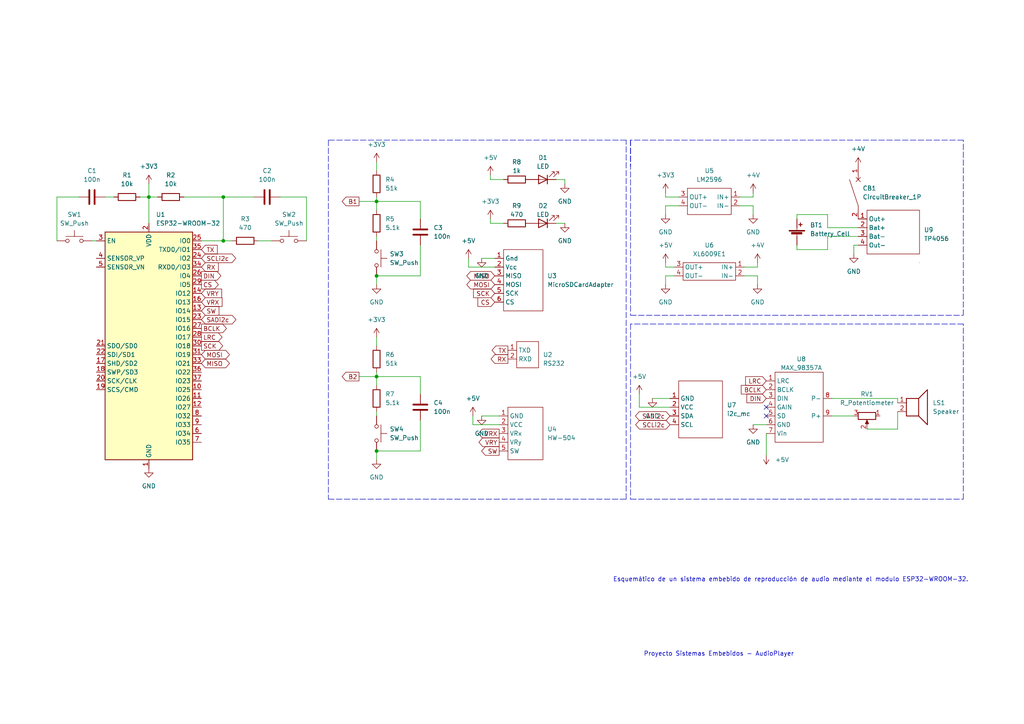
<source format=kicad_sch>
(kicad_sch (version 20211123) (generator eeschema)

  (uuid 9538e4ed-27e6-4c37-b989-9859dc0d49e8)

  (paper "A4")

  (lib_symbols
    (symbol "Device:Battery_Cell" (pin_numbers hide) (pin_names (offset 0) hide) (in_bom yes) (on_board yes)
      (property "Reference" "BT" (id 0) (at 2.54 2.54 0)
        (effects (font (size 1.27 1.27)) (justify left))
      )
      (property "Value" "Battery_Cell" (id 1) (at 2.54 0 0)
        (effects (font (size 1.27 1.27)) (justify left))
      )
      (property "Footprint" "" (id 2) (at 0 1.524 90)
        (effects (font (size 1.27 1.27)) hide)
      )
      (property "Datasheet" "~" (id 3) (at 0 1.524 90)
        (effects (font (size 1.27 1.27)) hide)
      )
      (property "ki_keywords" "battery cell" (id 4) (at 0 0 0)
        (effects (font (size 1.27 1.27)) hide)
      )
      (property "ki_description" "Single-cell battery" (id 5) (at 0 0 0)
        (effects (font (size 1.27 1.27)) hide)
      )
      (symbol "Battery_Cell_0_1"
        (rectangle (start -2.286 1.778) (end 2.286 1.524)
          (stroke (width 0) (type default) (color 0 0 0 0))
          (fill (type outline))
        )
        (rectangle (start -1.5748 1.1938) (end 1.4732 0.6858)
          (stroke (width 0) (type default) (color 0 0 0 0))
          (fill (type outline))
        )
        (polyline
          (pts
            (xy 0 0.762)
            (xy 0 0)
          )
          (stroke (width 0) (type default) (color 0 0 0 0))
          (fill (type none))
        )
        (polyline
          (pts
            (xy 0 1.778)
            (xy 0 2.54)
          )
          (stroke (width 0) (type default) (color 0 0 0 0))
          (fill (type none))
        )
        (polyline
          (pts
            (xy 0.508 3.429)
            (xy 1.524 3.429)
          )
          (stroke (width 0.254) (type default) (color 0 0 0 0))
          (fill (type none))
        )
        (polyline
          (pts
            (xy 1.016 3.937)
            (xy 1.016 2.921)
          )
          (stroke (width 0.254) (type default) (color 0 0 0 0))
          (fill (type none))
        )
      )
      (symbol "Battery_Cell_1_1"
        (pin passive line (at 0 5.08 270) (length 2.54)
          (name "+" (effects (font (size 1.27 1.27))))
          (number "1" (effects (font (size 1.27 1.27))))
        )
        (pin passive line (at 0 -2.54 90) (length 2.54)
          (name "-" (effects (font (size 1.27 1.27))))
          (number "2" (effects (font (size 1.27 1.27))))
        )
      )
    )
    (symbol "Device:C" (pin_numbers hide) (pin_names (offset 0.254)) (in_bom yes) (on_board yes)
      (property "Reference" "C" (id 0) (at 0.635 2.54 0)
        (effects (font (size 1.27 1.27)) (justify left))
      )
      (property "Value" "C" (id 1) (at 0.635 -2.54 0)
        (effects (font (size 1.27 1.27)) (justify left))
      )
      (property "Footprint" "" (id 2) (at 0.9652 -3.81 0)
        (effects (font (size 1.27 1.27)) hide)
      )
      (property "Datasheet" "~" (id 3) (at 0 0 0)
        (effects (font (size 1.27 1.27)) hide)
      )
      (property "ki_keywords" "cap capacitor" (id 4) (at 0 0 0)
        (effects (font (size 1.27 1.27)) hide)
      )
      (property "ki_description" "Unpolarized capacitor" (id 5) (at 0 0 0)
        (effects (font (size 1.27 1.27)) hide)
      )
      (property "ki_fp_filters" "C_*" (id 6) (at 0 0 0)
        (effects (font (size 1.27 1.27)) hide)
      )
      (symbol "C_0_1"
        (polyline
          (pts
            (xy -2.032 -0.762)
            (xy 2.032 -0.762)
          )
          (stroke (width 0.508) (type default) (color 0 0 0 0))
          (fill (type none))
        )
        (polyline
          (pts
            (xy -2.032 0.762)
            (xy 2.032 0.762)
          )
          (stroke (width 0.508) (type default) (color 0 0 0 0))
          (fill (type none))
        )
      )
      (symbol "C_1_1"
        (pin passive line (at 0 3.81 270) (length 2.794)
          (name "~" (effects (font (size 1.27 1.27))))
          (number "1" (effects (font (size 1.27 1.27))))
        )
        (pin passive line (at 0 -3.81 90) (length 2.794)
          (name "~" (effects (font (size 1.27 1.27))))
          (number "2" (effects (font (size 1.27 1.27))))
        )
      )
    )
    (symbol "Device:CircuitBreaker_1P" (in_bom yes) (on_board yes)
      (property "Reference" "CB" (id 0) (at 1.905 0 0)
        (effects (font (size 1.27 1.27)) (justify left))
      )
      (property "Value" "CircuitBreaker_1P" (id 1) (at 1.905 1.905 0)
        (effects (font (size 1.27 1.27)) (justify left))
      )
      (property "Footprint" "" (id 2) (at 0 0 0)
        (effects (font (size 1.27 1.27)) hide)
      )
      (property "Datasheet" "~" (id 3) (at 0 0 0)
        (effects (font (size 1.27 1.27)) hide)
      )
      (property "ki_keywords" "CB" (id 4) (at 0 0 0)
        (effects (font (size 1.27 1.27)) hide)
      )
      (property "ki_description" "Single pole circuit breaker" (id 5) (at 0 0 0)
        (effects (font (size 1.27 1.27)) hide)
      )
      (symbol "CircuitBreaker_1P_0_1"
        (polyline
          (pts
            (xy 0 -5.08)
            (xy 0 -3.81)
          )
          (stroke (width 0) (type default) (color 0 0 0 0))
          (fill (type none))
        )
        (polyline
          (pts
            (xy 0 -3.81)
            (xy -2.54 3.81)
          )
          (stroke (width 0) (type default) (color 0 0 0 0))
          (fill (type none))
        )
      )
      (symbol "CircuitBreaker_1P_1_1"
        (polyline
          (pts
            (xy -0.635 4.445)
            (xy 0.635 3.175)
          )
          (stroke (width 0) (type default) (color 0 0 0 0))
          (fill (type none))
        )
        (polyline
          (pts
            (xy 0 5.08)
            (xy 0 3.81)
          )
          (stroke (width 0) (type default) (color 0 0 0 0))
          (fill (type none))
        )
        (polyline
          (pts
            (xy 0.635 4.445)
            (xy -0.635 3.175)
          )
          (stroke (width 0) (type default) (color 0 0 0 0))
          (fill (type none))
        )
        (pin passive line (at 0 7.62 270) (length 2.54)
          (name "~" (effects (font (size 1.27 1.27))))
          (number "1" (effects (font (size 1.27 1.27))))
        )
        (pin passive line (at 0 -7.62 90) (length 2.54)
          (name "~" (effects (font (size 1.27 1.27))))
          (number "2" (effects (font (size 1.27 1.27))))
        )
      )
    )
    (symbol "Device:LED" (pin_numbers hide) (pin_names (offset 1.016) hide) (in_bom yes) (on_board yes)
      (property "Reference" "D" (id 0) (at 0 2.54 0)
        (effects (font (size 1.27 1.27)))
      )
      (property "Value" "LED" (id 1) (at 0 -2.54 0)
        (effects (font (size 1.27 1.27)))
      )
      (property "Footprint" "" (id 2) (at 0 0 0)
        (effects (font (size 1.27 1.27)) hide)
      )
      (property "Datasheet" "~" (id 3) (at 0 0 0)
        (effects (font (size 1.27 1.27)) hide)
      )
      (property "ki_keywords" "LED diode" (id 4) (at 0 0 0)
        (effects (font (size 1.27 1.27)) hide)
      )
      (property "ki_description" "Light emitting diode" (id 5) (at 0 0 0)
        (effects (font (size 1.27 1.27)) hide)
      )
      (property "ki_fp_filters" "LED* LED_SMD:* LED_THT:*" (id 6) (at 0 0 0)
        (effects (font (size 1.27 1.27)) hide)
      )
      (symbol "LED_0_1"
        (polyline
          (pts
            (xy -1.27 -1.27)
            (xy -1.27 1.27)
          )
          (stroke (width 0.254) (type default) (color 0 0 0 0))
          (fill (type none))
        )
        (polyline
          (pts
            (xy -1.27 0)
            (xy 1.27 0)
          )
          (stroke (width 0) (type default) (color 0 0 0 0))
          (fill (type none))
        )
        (polyline
          (pts
            (xy 1.27 -1.27)
            (xy 1.27 1.27)
            (xy -1.27 0)
            (xy 1.27 -1.27)
          )
          (stroke (width 0.254) (type default) (color 0 0 0 0))
          (fill (type none))
        )
        (polyline
          (pts
            (xy -3.048 -0.762)
            (xy -4.572 -2.286)
            (xy -3.81 -2.286)
            (xy -4.572 -2.286)
            (xy -4.572 -1.524)
          )
          (stroke (width 0) (type default) (color 0 0 0 0))
          (fill (type none))
        )
        (polyline
          (pts
            (xy -1.778 -0.762)
            (xy -3.302 -2.286)
            (xy -2.54 -2.286)
            (xy -3.302 -2.286)
            (xy -3.302 -1.524)
          )
          (stroke (width 0) (type default) (color 0 0 0 0))
          (fill (type none))
        )
      )
      (symbol "LED_1_1"
        (pin passive line (at -3.81 0 0) (length 2.54)
          (name "K" (effects (font (size 1.27 1.27))))
          (number "1" (effects (font (size 1.27 1.27))))
        )
        (pin passive line (at 3.81 0 180) (length 2.54)
          (name "A" (effects (font (size 1.27 1.27))))
          (number "2" (effects (font (size 1.27 1.27))))
        )
      )
    )
    (symbol "Device:R" (pin_numbers hide) (pin_names (offset 0)) (in_bom yes) (on_board yes)
      (property "Reference" "R" (id 0) (at 2.032 0 90)
        (effects (font (size 1.27 1.27)))
      )
      (property "Value" "R" (id 1) (at 0 0 90)
        (effects (font (size 1.27 1.27)))
      )
      (property "Footprint" "" (id 2) (at -1.778 0 90)
        (effects (font (size 1.27 1.27)) hide)
      )
      (property "Datasheet" "~" (id 3) (at 0 0 0)
        (effects (font (size 1.27 1.27)) hide)
      )
      (property "ki_keywords" "R res resistor" (id 4) (at 0 0 0)
        (effects (font (size 1.27 1.27)) hide)
      )
      (property "ki_description" "Resistor" (id 5) (at 0 0 0)
        (effects (font (size 1.27 1.27)) hide)
      )
      (property "ki_fp_filters" "R_*" (id 6) (at 0 0 0)
        (effects (font (size 1.27 1.27)) hide)
      )
      (symbol "R_0_1"
        (rectangle (start -1.016 -2.54) (end 1.016 2.54)
          (stroke (width 0.254) (type default) (color 0 0 0 0))
          (fill (type none))
        )
      )
      (symbol "R_1_1"
        (pin passive line (at 0 3.81 270) (length 1.27)
          (name "~" (effects (font (size 1.27 1.27))))
          (number "1" (effects (font (size 1.27 1.27))))
        )
        (pin passive line (at 0 -3.81 90) (length 1.27)
          (name "~" (effects (font (size 1.27 1.27))))
          (number "2" (effects (font (size 1.27 1.27))))
        )
      )
    )
    (symbol "Device:R_Potentiometer" (pin_names (offset 1.016) hide) (in_bom yes) (on_board yes)
      (property "Reference" "RV" (id 0) (at -4.445 0 90)
        (effects (font (size 1.27 1.27)))
      )
      (property "Value" "R_Potentiometer" (id 1) (at -2.54 0 90)
        (effects (font (size 1.27 1.27)))
      )
      (property "Footprint" "" (id 2) (at 0 0 0)
        (effects (font (size 1.27 1.27)) hide)
      )
      (property "Datasheet" "~" (id 3) (at 0 0 0)
        (effects (font (size 1.27 1.27)) hide)
      )
      (property "ki_keywords" "resistor variable" (id 4) (at 0 0 0)
        (effects (font (size 1.27 1.27)) hide)
      )
      (property "ki_description" "Potentiometer" (id 5) (at 0 0 0)
        (effects (font (size 1.27 1.27)) hide)
      )
      (property "ki_fp_filters" "Potentiometer*" (id 6) (at 0 0 0)
        (effects (font (size 1.27 1.27)) hide)
      )
      (symbol "R_Potentiometer_0_1"
        (polyline
          (pts
            (xy 2.54 0)
            (xy 1.524 0)
          )
          (stroke (width 0) (type default) (color 0 0 0 0))
          (fill (type none))
        )
        (polyline
          (pts
            (xy 1.143 0)
            (xy 2.286 0.508)
            (xy 2.286 -0.508)
            (xy 1.143 0)
          )
          (stroke (width 0) (type default) (color 0 0 0 0))
          (fill (type outline))
        )
        (rectangle (start 1.016 2.54) (end -1.016 -2.54)
          (stroke (width 0.254) (type default) (color 0 0 0 0))
          (fill (type none))
        )
      )
      (symbol "R_Potentiometer_1_1"
        (pin passive line (at 0 3.81 270) (length 1.27)
          (name "1" (effects (font (size 1.27 1.27))))
          (number "1" (effects (font (size 1.27 1.27))))
        )
        (pin passive line (at 3.81 0 180) (length 1.27)
          (name "2" (effects (font (size 1.27 1.27))))
          (number "2" (effects (font (size 1.27 1.27))))
        )
        (pin passive line (at 0 -3.81 90) (length 1.27)
          (name "3" (effects (font (size 1.27 1.27))))
          (number "3" (effects (font (size 1.27 1.27))))
        )
      )
    )
    (symbol "Device:Speaker" (pin_names (offset 0) hide) (in_bom yes) (on_board yes)
      (property "Reference" "LS" (id 0) (at 1.27 5.715 0)
        (effects (font (size 1.27 1.27)) (justify right))
      )
      (property "Value" "Speaker" (id 1) (at 1.27 3.81 0)
        (effects (font (size 1.27 1.27)) (justify right))
      )
      (property "Footprint" "" (id 2) (at 0 -5.08 0)
        (effects (font (size 1.27 1.27)) hide)
      )
      (property "Datasheet" "~" (id 3) (at -0.254 -1.27 0)
        (effects (font (size 1.27 1.27)) hide)
      )
      (property "ki_keywords" "speaker sound" (id 4) (at 0 0 0)
        (effects (font (size 1.27 1.27)) hide)
      )
      (property "ki_description" "Speaker" (id 5) (at 0 0 0)
        (effects (font (size 1.27 1.27)) hide)
      )
      (symbol "Speaker_0_0"
        (rectangle (start -2.54 1.27) (end 1.016 -3.81)
          (stroke (width 0.254) (type default) (color 0 0 0 0))
          (fill (type none))
        )
        (polyline
          (pts
            (xy 1.016 1.27)
            (xy 3.556 3.81)
            (xy 3.556 -6.35)
            (xy 1.016 -3.81)
          )
          (stroke (width 0.254) (type default) (color 0 0 0 0))
          (fill (type none))
        )
      )
      (symbol "Speaker_1_1"
        (pin input line (at -5.08 0 0) (length 2.54)
          (name "1" (effects (font (size 1.27 1.27))))
          (number "1" (effects (font (size 1.27 1.27))))
        )
        (pin input line (at -5.08 -2.54 0) (length 2.54)
          (name "2" (effects (font (size 1.27 1.27))))
          (number "2" (effects (font (size 1.27 1.27))))
        )
      )
    )
    (symbol "Modulos:HW-504" (in_bom yes) (on_board yes)
      (property "Reference" "U" (id 0) (at 0 0 0)
        (effects (font (size 1.27 1.27)))
      )
      (property "Value" "HW-504" (id 1) (at 0 0 0)
        (effects (font (size 1.27 1.27)))
      )
      (property "Footprint" "" (id 2) (at 0 0 0)
        (effects (font (size 1.27 1.27)) hide)
      )
      (property "Datasheet" "" (id 3) (at 0 0 0)
        (effects (font (size 1.27 1.27)) hide)
      )
      (symbol "HW-504_0_1"
        (rectangle (start -5.08 -2.54) (end 5.08 -17.78)
          (stroke (width 0) (type default) (color 0 0 0 0))
          (fill (type none))
        )
      )
      (symbol "HW-504_1_1"
        (pin input line (at -7.62 -5.08 0) (length 2.54)
          (name "GND" (effects (font (size 1.27 1.27))))
          (number "1" (effects (font (size 1.27 1.27))))
        )
        (pin input line (at -7.62 -7.62 0) (length 2.54)
          (name "VCC" (effects (font (size 1.27 1.27))))
          (number "2" (effects (font (size 1.27 1.27))))
        )
        (pin output line (at -7.62 -10.16 0) (length 2.54)
          (name "VRx" (effects (font (size 1.27 1.27))))
          (number "3" (effects (font (size 1.27 1.27))))
        )
        (pin output line (at -7.62 -12.7 0) (length 2.54)
          (name "VRy" (effects (font (size 1.27 1.27))))
          (number "4" (effects (font (size 1.27 1.27))))
        )
        (pin output line (at -7.62 -15.24 0) (length 2.54)
          (name "SW" (effects (font (size 1.27 1.27))))
          (number "5" (effects (font (size 1.27 1.27))))
        )
      )
    )
    (symbol "Modulos:LM2596" (in_bom yes) (on_board yes)
      (property "Reference" "U" (id 0) (at 0 0 0)
        (effects (font (size 1.27 1.27)))
      )
      (property "Value" "LM2596" (id 1) (at 0 0 0)
        (effects (font (size 1.27 1.27)))
      )
      (property "Footprint" "" (id 2) (at 0 0 0)
        (effects (font (size 1.27 1.27)) hide)
      )
      (property "Datasheet" "" (id 3) (at 0 0 0)
        (effects (font (size 1.27 1.27)) hide)
      )
      (symbol "LM2596_0_1"
        (rectangle (start -6.35 -2.54) (end 6.35 -10.16)
          (stroke (width 0) (type default) (color 0 0 0 0))
          (fill (type none))
        )
      )
      (symbol "LM2596_1_1"
        (pin input line (at -8.89 -5.08 0) (length 2.54)
          (name "IN+" (effects (font (size 1.27 1.27))))
          (number "1" (effects (font (size 1.27 1.27))))
        )
        (pin input line (at -8.89 -7.62 0) (length 2.54)
          (name "IN-" (effects (font (size 1.27 1.27))))
          (number "2" (effects (font (size 1.27 1.27))))
        )
        (pin output line (at 8.89 -5.08 180) (length 2.54)
          (name "OUT+" (effects (font (size 1.27 1.27))))
          (number "3" (effects (font (size 1.27 1.27))))
        )
        (pin output line (at 8.89 -7.62 180) (length 2.54)
          (name "OUT-" (effects (font (size 1.27 1.27))))
          (number "4" (effects (font (size 1.27 1.27))))
        )
      )
    )
    (symbol "Modulos:MAX_98357A" (in_bom yes) (on_board yes)
      (property "Reference" "U" (id 0) (at 0 0 0)
        (effects (font (size 1.27 1.27)))
      )
      (property "Value" "MAX_98357A" (id 1) (at 0 0 0)
        (effects (font (size 1.27 1.27)))
      )
      (property "Footprint" "" (id 2) (at 0 0 0)
        (effects (font (size 1.27 1.27)) hide)
      )
      (property "Datasheet" "" (id 3) (at 0 0 0)
        (effects (font (size 1.27 1.27)) hide)
      )
      (symbol "MAX_98357A_0_1"
        (rectangle (start -7.62 -2.54) (end 6.35 -22.86)
          (stroke (width 0) (type default) (color 0 0 0 0))
          (fill (type none))
        )
      )
      (symbol "MAX_98357A_1_1"
        (pin input line (at -10.16 -5.08 0) (length 2.54)
          (name "LRC" (effects (font (size 1.27 1.27))))
          (number "1" (effects (font (size 1.27 1.27))))
        )
        (pin input line (at -10.16 -7.62 0) (length 2.54)
          (name "BCLK" (effects (font (size 1.27 1.27))))
          (number "2" (effects (font (size 1.27 1.27))))
        )
        (pin input line (at -10.16 -10.16 0) (length 2.54)
          (name "DIN" (effects (font (size 1.27 1.27))))
          (number "3" (effects (font (size 1.27 1.27))))
        )
        (pin input line (at -10.16 -12.7 0) (length 2.54)
          (name "GAIN" (effects (font (size 1.27 1.27))))
          (number "4" (effects (font (size 1.27 1.27))))
        )
        (pin input line (at -10.16 -15.24 0) (length 2.54)
          (name "SD" (effects (font (size 1.27 1.27))))
          (number "5" (effects (font (size 1.27 1.27))))
        )
        (pin input line (at -10.16 -17.78 0) (length 2.54)
          (name "GND" (effects (font (size 1.27 1.27))))
          (number "6" (effects (font (size 1.27 1.27))))
        )
        (pin input line (at -10.16 -20.32 0) (length 2.54)
          (name "Vin" (effects (font (size 1.27 1.27))))
          (number "7" (effects (font (size 1.27 1.27))))
        )
        (pin output line (at 8.89 -10.16 180) (length 2.54)
          (name "P-" (effects (font (size 1.27 1.27))))
          (number "8" (effects (font (size 1.27 1.27))))
        )
        (pin output line (at 8.89 -15.24 180) (length 2.54)
          (name "P+" (effects (font (size 1.27 1.27))))
          (number "9" (effects (font (size 1.27 1.27))))
        )
      )
    )
    (symbol "Modulos:MicroSDCardAdapter" (in_bom yes) (on_board yes)
      (property "Reference" "U" (id 0) (at 0 0 0)
        (effects (font (size 1.27 1.27)))
      )
      (property "Value" "MicroSDCardAdapter" (id 1) (at 0 0 0)
        (effects (font (size 1.27 1.27)))
      )
      (property "Footprint" "" (id 2) (at 0 0 0)
        (effects (font (size 1.27 1.27)) hide)
      )
      (property "Datasheet" "" (id 3) (at 0 0 0)
        (effects (font (size 1.27 1.27)) hide)
      )
      (symbol "MicroSDCardAdapter_0_0"
        (pin bidirectional line (at -7.62 -13.97 0) (length 2.54)
          (name "SCK" (effects (font (size 1.27 1.27))))
          (number "5" (effects (font (size 1.27 1.27))))
        )
        (pin bidirectional line (at -7.62 -16.51 0) (length 2.54)
          (name "CS" (effects (font (size 1.27 1.27))))
          (number "6" (effects (font (size 1.27 1.27))))
        )
      )
      (symbol "MicroSDCardAdapter_0_1"
        (rectangle (start -5.08 -1.27) (end 6.35 -19.05)
          (stroke (width 0) (type default) (color 0 0 0 0))
          (fill (type none))
        )
      )
      (symbol "MicroSDCardAdapter_1_1"
        (pin input line (at -7.62 -3.81 0) (length 2.54)
          (name "Gnd" (effects (font (size 1.27 1.27))))
          (number "1" (effects (font (size 1.27 1.27))))
        )
        (pin input line (at -7.62 -6.35 0) (length 2.54)
          (name "Vcc" (effects (font (size 1.27 1.27))))
          (number "2" (effects (font (size 1.27 1.27))))
        )
        (pin bidirectional line (at -7.62 -8.89 0) (length 2.54)
          (name "MISO" (effects (font (size 1.27 1.27))))
          (number "3" (effects (font (size 1.27 1.27))))
        )
        (pin bidirectional line (at -7.62 -11.43 0) (length 2.54)
          (name "MOSI" (effects (font (size 1.27 1.27))))
          (number "4" (effects (font (size 1.27 1.27))))
        )
      )
    )
    (symbol "Modulos:TP4056" (in_bom yes) (on_board yes)
      (property "Reference" "U" (id 0) (at 1.27 -6.35 0)
        (effects (font (size 1.27 1.27)))
      )
      (property "Value" "TP4056" (id 1) (at 3.81 -8.89 0)
        (effects (font (size 1.27 1.27)))
      )
      (property "Footprint" "" (id 2) (at 1.27 -6.35 0)
        (effects (font (size 1.27 1.27)) hide)
      )
      (property "Datasheet" "" (id 3) (at 1.27 -6.35 0)
        (effects (font (size 1.27 1.27)) hide)
      )
      (symbol "TP4056_0_1"
        (rectangle (start -7.62 -2.54) (end 7.62 -15.24)
          (stroke (width 0) (type default) (color 0 0 0 0))
          (fill (type none))
        )
        (rectangle (start 7.62 -17.78) (end 7.62 -17.78)
          (stroke (width 0) (type default) (color 0 0 0 0))
          (fill (type none))
        )
      )
      (symbol "TP4056_1_1"
        (pin output line (at -10.16 -5.08 0) (length 2.54)
          (name "Out+" (effects (font (size 1.27 1.27))))
          (number "1" (effects (font (size 1.27 1.27))))
        )
        (pin output line (at -10.16 -7.62 0) (length 2.54)
          (name "Bat+" (effects (font (size 1.27 1.27))))
          (number "2" (effects (font (size 1.27 1.27))))
        )
        (pin output line (at -10.16 -10.16 0) (length 2.54)
          (name "Bat-" (effects (font (size 1.27 1.27))))
          (number "3" (effects (font (size 1.27 1.27))))
        )
        (pin output line (at -10.16 -12.7 0) (length 2.54)
          (name "Out-" (effects (font (size 1.27 1.27))))
          (number "4" (effects (font (size 1.27 1.27))))
        )
      )
    )
    (symbol "Modulos:XL6009E1" (in_bom yes) (on_board yes)
      (property "Reference" "U" (id 0) (at 0 0 0)
        (effects (font (size 1.27 1.27)))
      )
      (property "Value" "XL6009E1" (id 1) (at 0 0 0)
        (effects (font (size 1.27 1.27)))
      )
      (property "Footprint" "" (id 2) (at 0 0 0)
        (effects (font (size 1.27 1.27)) hide)
      )
      (property "Datasheet" "" (id 3) (at 0 0 0)
        (effects (font (size 1.27 1.27)) hide)
      )
      (symbol "XL6009E1_0_1"
        (rectangle (start -7.62 -1.27) (end 7.62 -6.35)
          (stroke (width 0) (type default) (color 0 0 0 0))
          (fill (type none))
        )
      )
      (symbol "XL6009E1_1_1"
        (pin input line (at 10.16 -2.54 180) (length 2.54)
          (name "IN+" (effects (font (size 1.27 1.27))))
          (number "1" (effects (font (size 1.27 1.27))))
        )
        (pin input line (at 10.16 -5.08 180) (length 2.54)
          (name "IN-" (effects (font (size 1.27 1.27))))
          (number "2" (effects (font (size 1.27 1.27))))
        )
        (pin output line (at -10.16 -2.54 0) (length 2.54)
          (name "OUT+" (effects (font (size 1.27 1.27))))
          (number "3" (effects (font (size 1.27 1.27))))
        )
        (pin output line (at -10.16 -5.08 0) (length 2.54)
          (name "OUT-" (effects (font (size 1.27 1.27))))
          (number "4" (effects (font (size 1.27 1.27))))
        )
      )
    )
    (symbol "RF_Module:ESP32-WROOM-32" (in_bom yes) (on_board yes)
      (property "Reference" "U" (id 0) (at -12.7 34.29 0)
        (effects (font (size 1.27 1.27)) (justify left))
      )
      (property "Value" "ESP32-WROOM-32" (id 1) (at 1.27 34.29 0)
        (effects (font (size 1.27 1.27)) (justify left))
      )
      (property "Footprint" "RF_Module:ESP32-WROOM-32" (id 2) (at 0 -38.1 0)
        (effects (font (size 1.27 1.27)) hide)
      )
      (property "Datasheet" "https://www.espressif.com/sites/default/files/documentation/esp32-wroom-32_datasheet_en.pdf" (id 3) (at -7.62 1.27 0)
        (effects (font (size 1.27 1.27)) hide)
      )
      (property "ki_keywords" "RF Radio BT ESP ESP32 Espressif onboard PCB antenna" (id 4) (at 0 0 0)
        (effects (font (size 1.27 1.27)) hide)
      )
      (property "ki_description" "RF Module, ESP32-D0WDQ6 SoC, Wi-Fi 802.11b/g/n, Bluetooth, BLE, 32-bit, 2.7-3.6V, onboard antenna, SMD" (id 5) (at 0 0 0)
        (effects (font (size 1.27 1.27)) hide)
      )
      (property "ki_fp_filters" "ESP32?WROOM?32*" (id 6) (at 0 0 0)
        (effects (font (size 1.27 1.27)) hide)
      )
      (symbol "ESP32-WROOM-32_0_1"
        (rectangle (start -12.7 33.02) (end 12.7 -33.02)
          (stroke (width 0.254) (type default) (color 0 0 0 0))
          (fill (type background))
        )
      )
      (symbol "ESP32-WROOM-32_1_1"
        (pin power_in line (at 0 -35.56 90) (length 2.54)
          (name "GND" (effects (font (size 1.27 1.27))))
          (number "1" (effects (font (size 1.27 1.27))))
        )
        (pin bidirectional line (at 15.24 -12.7 180) (length 2.54)
          (name "IO25" (effects (font (size 1.27 1.27))))
          (number "10" (effects (font (size 1.27 1.27))))
        )
        (pin bidirectional line (at 15.24 -15.24 180) (length 2.54)
          (name "IO26" (effects (font (size 1.27 1.27))))
          (number "11" (effects (font (size 1.27 1.27))))
        )
        (pin bidirectional line (at 15.24 -17.78 180) (length 2.54)
          (name "IO27" (effects (font (size 1.27 1.27))))
          (number "12" (effects (font (size 1.27 1.27))))
        )
        (pin bidirectional line (at 15.24 10.16 180) (length 2.54)
          (name "IO14" (effects (font (size 1.27 1.27))))
          (number "13" (effects (font (size 1.27 1.27))))
        )
        (pin bidirectional line (at 15.24 15.24 180) (length 2.54)
          (name "IO12" (effects (font (size 1.27 1.27))))
          (number "14" (effects (font (size 1.27 1.27))))
        )
        (pin passive line (at 0 -35.56 90) (length 2.54) hide
          (name "GND" (effects (font (size 1.27 1.27))))
          (number "15" (effects (font (size 1.27 1.27))))
        )
        (pin bidirectional line (at 15.24 12.7 180) (length 2.54)
          (name "IO13" (effects (font (size 1.27 1.27))))
          (number "16" (effects (font (size 1.27 1.27))))
        )
        (pin bidirectional line (at -15.24 -5.08 0) (length 2.54)
          (name "SHD/SD2" (effects (font (size 1.27 1.27))))
          (number "17" (effects (font (size 1.27 1.27))))
        )
        (pin bidirectional line (at -15.24 -7.62 0) (length 2.54)
          (name "SWP/SD3" (effects (font (size 1.27 1.27))))
          (number "18" (effects (font (size 1.27 1.27))))
        )
        (pin bidirectional line (at -15.24 -12.7 0) (length 2.54)
          (name "SCS/CMD" (effects (font (size 1.27 1.27))))
          (number "19" (effects (font (size 1.27 1.27))))
        )
        (pin power_in line (at 0 35.56 270) (length 2.54)
          (name "VDD" (effects (font (size 1.27 1.27))))
          (number "2" (effects (font (size 1.27 1.27))))
        )
        (pin bidirectional line (at -15.24 -10.16 0) (length 2.54)
          (name "SCK/CLK" (effects (font (size 1.27 1.27))))
          (number "20" (effects (font (size 1.27 1.27))))
        )
        (pin bidirectional line (at -15.24 0 0) (length 2.54)
          (name "SDO/SD0" (effects (font (size 1.27 1.27))))
          (number "21" (effects (font (size 1.27 1.27))))
        )
        (pin bidirectional line (at -15.24 -2.54 0) (length 2.54)
          (name "SDI/SD1" (effects (font (size 1.27 1.27))))
          (number "22" (effects (font (size 1.27 1.27))))
        )
        (pin bidirectional line (at 15.24 7.62 180) (length 2.54)
          (name "IO15" (effects (font (size 1.27 1.27))))
          (number "23" (effects (font (size 1.27 1.27))))
        )
        (pin bidirectional line (at 15.24 25.4 180) (length 2.54)
          (name "IO2" (effects (font (size 1.27 1.27))))
          (number "24" (effects (font (size 1.27 1.27))))
        )
        (pin bidirectional line (at 15.24 30.48 180) (length 2.54)
          (name "IO0" (effects (font (size 1.27 1.27))))
          (number "25" (effects (font (size 1.27 1.27))))
        )
        (pin bidirectional line (at 15.24 20.32 180) (length 2.54)
          (name "IO4" (effects (font (size 1.27 1.27))))
          (number "26" (effects (font (size 1.27 1.27))))
        )
        (pin bidirectional line (at 15.24 5.08 180) (length 2.54)
          (name "IO16" (effects (font (size 1.27 1.27))))
          (number "27" (effects (font (size 1.27 1.27))))
        )
        (pin bidirectional line (at 15.24 2.54 180) (length 2.54)
          (name "IO17" (effects (font (size 1.27 1.27))))
          (number "28" (effects (font (size 1.27 1.27))))
        )
        (pin bidirectional line (at 15.24 17.78 180) (length 2.54)
          (name "IO5" (effects (font (size 1.27 1.27))))
          (number "29" (effects (font (size 1.27 1.27))))
        )
        (pin input line (at -15.24 30.48 0) (length 2.54)
          (name "EN" (effects (font (size 1.27 1.27))))
          (number "3" (effects (font (size 1.27 1.27))))
        )
        (pin bidirectional line (at 15.24 0 180) (length 2.54)
          (name "IO18" (effects (font (size 1.27 1.27))))
          (number "30" (effects (font (size 1.27 1.27))))
        )
        (pin bidirectional line (at 15.24 -2.54 180) (length 2.54)
          (name "IO19" (effects (font (size 1.27 1.27))))
          (number "31" (effects (font (size 1.27 1.27))))
        )
        (pin no_connect line (at -12.7 -27.94 0) (length 2.54) hide
          (name "NC" (effects (font (size 1.27 1.27))))
          (number "32" (effects (font (size 1.27 1.27))))
        )
        (pin bidirectional line (at 15.24 -5.08 180) (length 2.54)
          (name "IO21" (effects (font (size 1.27 1.27))))
          (number "33" (effects (font (size 1.27 1.27))))
        )
        (pin bidirectional line (at 15.24 22.86 180) (length 2.54)
          (name "RXD0/IO3" (effects (font (size 1.27 1.27))))
          (number "34" (effects (font (size 1.27 1.27))))
        )
        (pin bidirectional line (at 15.24 27.94 180) (length 2.54)
          (name "TXD0/IO1" (effects (font (size 1.27 1.27))))
          (number "35" (effects (font (size 1.27 1.27))))
        )
        (pin bidirectional line (at 15.24 -7.62 180) (length 2.54)
          (name "IO22" (effects (font (size 1.27 1.27))))
          (number "36" (effects (font (size 1.27 1.27))))
        )
        (pin bidirectional line (at 15.24 -10.16 180) (length 2.54)
          (name "IO23" (effects (font (size 1.27 1.27))))
          (number "37" (effects (font (size 1.27 1.27))))
        )
        (pin passive line (at 0 -35.56 90) (length 2.54) hide
          (name "GND" (effects (font (size 1.27 1.27))))
          (number "38" (effects (font (size 1.27 1.27))))
        )
        (pin passive line (at 0 -35.56 90) (length 2.54) hide
          (name "GND" (effects (font (size 1.27 1.27))))
          (number "39" (effects (font (size 1.27 1.27))))
        )
        (pin input line (at -15.24 25.4 0) (length 2.54)
          (name "SENSOR_VP" (effects (font (size 1.27 1.27))))
          (number "4" (effects (font (size 1.27 1.27))))
        )
        (pin input line (at -15.24 22.86 0) (length 2.54)
          (name "SENSOR_VN" (effects (font (size 1.27 1.27))))
          (number "5" (effects (font (size 1.27 1.27))))
        )
        (pin input line (at 15.24 -25.4 180) (length 2.54)
          (name "IO34" (effects (font (size 1.27 1.27))))
          (number "6" (effects (font (size 1.27 1.27))))
        )
        (pin input line (at 15.24 -27.94 180) (length 2.54)
          (name "IO35" (effects (font (size 1.27 1.27))))
          (number "7" (effects (font (size 1.27 1.27))))
        )
        (pin bidirectional line (at 15.24 -20.32 180) (length 2.54)
          (name "IO32" (effects (font (size 1.27 1.27))))
          (number "8" (effects (font (size 1.27 1.27))))
        )
        (pin bidirectional line (at 15.24 -22.86 180) (length 2.54)
          (name "IO33" (effects (font (size 1.27 1.27))))
          (number "9" (effects (font (size 1.27 1.27))))
        )
      )
    )
    (symbol "Serialrs232:RS232" (in_bom yes) (on_board yes)
      (property "Reference" "U2" (id 0) (at 7.62 -6.3499 0)
        (effects (font (size 1.27 1.27)) (justify left))
      )
      (property "Value" "RS232" (id 1) (at 7.62 -8.8899 0)
        (effects (font (size 1.27 1.27)) (justify left))
      )
      (property "Footprint" "Connector_PinSocket_2.54mm:PinSocket_1x02_P2.54mm_Vertical" (id 2) (at 2.54 1.27 0)
        (effects (font (size 1.27 1.27)) hide)
      )
      (property "Datasheet" "" (id 3) (at 2.54 1.27 0)
        (effects (font (size 1.27 1.27)) hide)
      )
      (symbol "RS232_0_1"
        (rectangle (start 0 -2.54) (end 6.35 -10.16)
          (stroke (width 0) (type default) (color 0 0 0 0))
          (fill (type none))
        )
      )
      (symbol "RS232_1_1"
        (pin bidirectional line (at -2.54 -5.08 0) (length 2.54)
          (name "TXD" (effects (font (size 1.27 1.27))))
          (number "1" (effects (font (size 1.27 1.27))))
        )
        (pin bidirectional line (at -2.54 -7.62 0) (length 2.54)
          (name "RXD" (effects (font (size 1.27 1.27))))
          (number "2" (effects (font (size 1.27 1.27))))
        )
      )
    )
    (symbol "Switch:SW_Push" (pin_numbers hide) (pin_names (offset 1.016) hide) (in_bom yes) (on_board yes)
      (property "Reference" "SW" (id 0) (at 1.27 2.54 0)
        (effects (font (size 1.27 1.27)) (justify left))
      )
      (property "Value" "SW_Push" (id 1) (at 0 -1.524 0)
        (effects (font (size 1.27 1.27)))
      )
      (property "Footprint" "" (id 2) (at 0 5.08 0)
        (effects (font (size 1.27 1.27)) hide)
      )
      (property "Datasheet" "~" (id 3) (at 0 5.08 0)
        (effects (font (size 1.27 1.27)) hide)
      )
      (property "ki_keywords" "switch normally-open pushbutton push-button" (id 4) (at 0 0 0)
        (effects (font (size 1.27 1.27)) hide)
      )
      (property "ki_description" "Push button switch, generic, two pins" (id 5) (at 0 0 0)
        (effects (font (size 1.27 1.27)) hide)
      )
      (symbol "SW_Push_0_1"
        (circle (center -2.032 0) (radius 0.508)
          (stroke (width 0) (type default) (color 0 0 0 0))
          (fill (type none))
        )
        (polyline
          (pts
            (xy 0 1.27)
            (xy 0 3.048)
          )
          (stroke (width 0) (type default) (color 0 0 0 0))
          (fill (type none))
        )
        (polyline
          (pts
            (xy 2.54 1.27)
            (xy -2.54 1.27)
          )
          (stroke (width 0) (type default) (color 0 0 0 0))
          (fill (type none))
        )
        (circle (center 2.032 0) (radius 0.508)
          (stroke (width 0) (type default) (color 0 0 0 0))
          (fill (type none))
        )
        (pin passive line (at -5.08 0 0) (length 2.54)
          (name "1" (effects (font (size 1.27 1.27))))
          (number "1" (effects (font (size 1.27 1.27))))
        )
        (pin passive line (at 5.08 0 180) (length 2.54)
          (name "2" (effects (font (size 1.27 1.27))))
          (number "2" (effects (font (size 1.27 1.27))))
        )
      )
    )
    (symbol "i2c_lcd:i2c_mc" (in_bom yes) (on_board yes)
      (property "Reference" "U" (id 0) (at -3.81 6.35 0)
        (effects (font (size 1.27 1.27)))
      )
      (property "Value" "i2c_mc" (id 1) (at -3.81 6.35 0)
        (effects (font (size 1.27 1.27)))
      )
      (property "Footprint" "" (id 2) (at -3.81 6.35 0)
        (effects (font (size 1.27 1.27)) hide)
      )
      (property "Datasheet" "" (id 3) (at -3.81 6.35 0)
        (effects (font (size 1.27 1.27)) hide)
      )
      (symbol "i2c_mc_0_1"
        (rectangle (start 2.54 -11.43) (end -10.16 5.08)
          (stroke (width 0) (type default) (color 0 0 0 0))
          (fill (type none))
        )
      )
      (symbol "i2c_mc_1_1"
        (pin output line (at -12.7 0 0) (length 2.54)
          (name "GND" (effects (font (size 1.27 1.27))))
          (number "1" (effects (font (size 1.27 1.27))))
        )
        (pin input line (at -12.7 -2.54 0) (length 2.54)
          (name "VCC" (effects (font (size 1.27 1.27))))
          (number "2" (effects (font (size 1.27 1.27))))
        )
        (pin bidirectional line (at -12.7 -5.08 0) (length 2.54)
          (name "SDA" (effects (font (size 1.27 1.27))))
          (number "3" (effects (font (size 1.27 1.27))))
        )
        (pin bidirectional line (at -12.7 -7.62 0) (length 2.54)
          (name "SCL" (effects (font (size 1.27 1.27))))
          (number "4" (effects (font (size 1.27 1.27))))
        )
      )
    )
    (symbol "power:+3.3V" (power) (pin_names (offset 0)) (in_bom yes) (on_board yes)
      (property "Reference" "#PWR" (id 0) (at 0 -3.81 0)
        (effects (font (size 1.27 1.27)) hide)
      )
      (property "Value" "+3.3V" (id 1) (at 0 3.556 0)
        (effects (font (size 1.27 1.27)))
      )
      (property "Footprint" "" (id 2) (at 0 0 0)
        (effects (font (size 1.27 1.27)) hide)
      )
      (property "Datasheet" "" (id 3) (at 0 0 0)
        (effects (font (size 1.27 1.27)) hide)
      )
      (property "ki_keywords" "power-flag" (id 4) (at 0 0 0)
        (effects (font (size 1.27 1.27)) hide)
      )
      (property "ki_description" "Power symbol creates a global label with name \"+3.3V\"" (id 5) (at 0 0 0)
        (effects (font (size 1.27 1.27)) hide)
      )
      (symbol "+3.3V_0_1"
        (polyline
          (pts
            (xy -0.762 1.27)
            (xy 0 2.54)
          )
          (stroke (width 0) (type default) (color 0 0 0 0))
          (fill (type none))
        )
        (polyline
          (pts
            (xy 0 0)
            (xy 0 2.54)
          )
          (stroke (width 0) (type default) (color 0 0 0 0))
          (fill (type none))
        )
        (polyline
          (pts
            (xy 0 2.54)
            (xy 0.762 1.27)
          )
          (stroke (width 0) (type default) (color 0 0 0 0))
          (fill (type none))
        )
      )
      (symbol "+3.3V_1_1"
        (pin power_in line (at 0 0 90) (length 0) hide
          (name "+3V3" (effects (font (size 1.27 1.27))))
          (number "1" (effects (font (size 1.27 1.27))))
        )
      )
    )
    (symbol "power:+4V" (power) (pin_names (offset 0)) (in_bom yes) (on_board yes)
      (property "Reference" "#PWR" (id 0) (at 0 -3.81 0)
        (effects (font (size 1.27 1.27)) hide)
      )
      (property "Value" "+4V" (id 1) (at 0 3.556 0)
        (effects (font (size 1.27 1.27)))
      )
      (property "Footprint" "" (id 2) (at 0 0 0)
        (effects (font (size 1.27 1.27)) hide)
      )
      (property "Datasheet" "" (id 3) (at 0 0 0)
        (effects (font (size 1.27 1.27)) hide)
      )
      (property "ki_keywords" "power-flag" (id 4) (at 0 0 0)
        (effects (font (size 1.27 1.27)) hide)
      )
      (property "ki_description" "Power symbol creates a global label with name \"+4V\"" (id 5) (at 0 0 0)
        (effects (font (size 1.27 1.27)) hide)
      )
      (symbol "+4V_0_1"
        (polyline
          (pts
            (xy -0.762 1.27)
            (xy 0 2.54)
          )
          (stroke (width 0) (type default) (color 0 0 0 0))
          (fill (type none))
        )
        (polyline
          (pts
            (xy 0 0)
            (xy 0 2.54)
          )
          (stroke (width 0) (type default) (color 0 0 0 0))
          (fill (type none))
        )
        (polyline
          (pts
            (xy 0 2.54)
            (xy 0.762 1.27)
          )
          (stroke (width 0) (type default) (color 0 0 0 0))
          (fill (type none))
        )
      )
      (symbol "+4V_1_1"
        (pin power_in line (at 0 0 90) (length 0) hide
          (name "+4V" (effects (font (size 1.27 1.27))))
          (number "1" (effects (font (size 1.27 1.27))))
        )
      )
    )
    (symbol "power:+5V" (power) (pin_names (offset 0)) (in_bom yes) (on_board yes)
      (property "Reference" "#PWR" (id 0) (at 0 -3.81 0)
        (effects (font (size 1.27 1.27)) hide)
      )
      (property "Value" "+5V" (id 1) (at 0 3.556 0)
        (effects (font (size 1.27 1.27)))
      )
      (property "Footprint" "" (id 2) (at 0 0 0)
        (effects (font (size 1.27 1.27)) hide)
      )
      (property "Datasheet" "" (id 3) (at 0 0 0)
        (effects (font (size 1.27 1.27)) hide)
      )
      (property "ki_keywords" "power-flag" (id 4) (at 0 0 0)
        (effects (font (size 1.27 1.27)) hide)
      )
      (property "ki_description" "Power symbol creates a global label with name \"+5V\"" (id 5) (at 0 0 0)
        (effects (font (size 1.27 1.27)) hide)
      )
      (symbol "+5V_0_1"
        (polyline
          (pts
            (xy -0.762 1.27)
            (xy 0 2.54)
          )
          (stroke (width 0) (type default) (color 0 0 0 0))
          (fill (type none))
        )
        (polyline
          (pts
            (xy 0 0)
            (xy 0 2.54)
          )
          (stroke (width 0) (type default) (color 0 0 0 0))
          (fill (type none))
        )
        (polyline
          (pts
            (xy 0 2.54)
            (xy 0.762 1.27)
          )
          (stroke (width 0) (type default) (color 0 0 0 0))
          (fill (type none))
        )
      )
      (symbol "+5V_1_1"
        (pin power_in line (at 0 0 90) (length 0) hide
          (name "+5V" (effects (font (size 1.27 1.27))))
          (number "1" (effects (font (size 1.27 1.27))))
        )
      )
    )
    (symbol "power:GND" (power) (pin_names (offset 0)) (in_bom yes) (on_board yes)
      (property "Reference" "#PWR" (id 0) (at 0 -6.35 0)
        (effects (font (size 1.27 1.27)) hide)
      )
      (property "Value" "GND" (id 1) (at 0 -3.81 0)
        (effects (font (size 1.27 1.27)))
      )
      (property "Footprint" "" (id 2) (at 0 0 0)
        (effects (font (size 1.27 1.27)) hide)
      )
      (property "Datasheet" "" (id 3) (at 0 0 0)
        (effects (font (size 1.27 1.27)) hide)
      )
      (property "ki_keywords" "power-flag" (id 4) (at 0 0 0)
        (effects (font (size 1.27 1.27)) hide)
      )
      (property "ki_description" "Power symbol creates a global label with name \"GND\" , ground" (id 5) (at 0 0 0)
        (effects (font (size 1.27 1.27)) hide)
      )
      (symbol "GND_0_1"
        (polyline
          (pts
            (xy 0 0)
            (xy 0 -1.27)
            (xy 1.27 -1.27)
            (xy 0 -2.54)
            (xy -1.27 -1.27)
            (xy 0 -1.27)
          )
          (stroke (width 0) (type default) (color 0 0 0 0))
          (fill (type none))
        )
      )
      (symbol "GND_1_1"
        (pin power_in line (at 0 0 270) (length 0) hide
          (name "GND" (effects (font (size 1.27 1.27))))
          (number "1" (effects (font (size 1.27 1.27))))
        )
      )
    )
  )

  (junction (at 109.22 80.01) (diameter 0) (color 0 0 0 0)
    (uuid 1d8a49d5-01ef-4d0e-a5e0-bd66c2abd27b)
  )
  (junction (at 64.77 57.15) (diameter 0) (color 0 0 0 0)
    (uuid 3d51f75e-62be-4d36-9ff6-d265695f31e5)
  )
  (junction (at 109.22 109.22) (diameter 0) (color 0 0 0 0)
    (uuid 581b6423-c21c-40d0-a80c-7440c5b3019e)
  )
  (junction (at 64.77 69.85) (diameter 0) (color 0 0 0 0)
    (uuid 886eaa27-0f00-4db3-b4d2-75a9dea135f4)
  )
  (junction (at 43.18 57.15) (diameter 0) (color 0 0 0 0)
    (uuid ad08cb64-75c7-4777-89d2-65c556c630d5)
  )
  (junction (at 109.22 130.81) (diameter 0) (color 0 0 0 0)
    (uuid b4ec8880-4f14-42fd-84fd-cb7cc4338226)
  )
  (junction (at 109.22 58.42) (diameter 0) (color 0 0 0 0)
    (uuid ebf864d1-b8ba-4b28-8743-abbd5696446e)
  )

  (no_connect (at 222.25 118.11) (uuid 3c2a104b-4674-4383-afc6-09ae59a913fe))
  (no_connect (at 222.25 120.65) (uuid 3c2a104b-4674-4383-afc6-09ae59a913ff))

  (wire (pts (xy 16.51 57.15) (xy 22.86 57.15))
    (stroke (width 0) (type default) (color 0 0 0 0))
    (uuid 01962379-2c59-4028-854b-e86a8d70e0c7)
  )
  (polyline (pts (xy 95.25 40.64) (xy 95.25 144.78))
    (stroke (width 0) (type default) (color 0 0 0 0))
    (uuid 0385efec-5283-4fe4-89a7-7d4174fe5086)
  )

  (wire (pts (xy 218.44 62.23) (xy 218.44 59.69))
    (stroke (width 0) (type default) (color 0 0 0 0))
    (uuid 0397028d-8f22-4141-8ca0-734f3a73e3a7)
  )
  (wire (pts (xy 251.46 124.46) (xy 260.35 124.46))
    (stroke (width 0) (type default) (color 0 0 0 0))
    (uuid 070b022b-63fd-4af5-8465-30e9369a5db1)
  )
  (wire (pts (xy 231.14 71.12) (xy 231.14 72.39))
    (stroke (width 0) (type default) (color 0 0 0 0))
    (uuid 08d4dbef-8f2f-403b-887f-d53ecbd2e93c)
  )
  (polyline (pts (xy 181.61 144.78) (xy 181.61 40.64))
    (stroke (width 0) (type default) (color 0 0 0 0))
    (uuid 0a14e458-03d5-43c6-a18c-5335f9554e02)
  )

  (wire (pts (xy 240.03 72.39) (xy 231.14 72.39))
    (stroke (width 0) (type default) (color 0 0 0 0))
    (uuid 0e92fb6f-5252-4b09-ba22-15ffa108fa89)
  )
  (polyline (pts (xy 279.4 93.98) (xy 182.88 93.98))
    (stroke (width 0) (type default) (color 0 0 0 0))
    (uuid 0fa17764-dc15-4a81-870d-5f2db17d272e)
  )

  (wire (pts (xy 219.71 76.2) (xy 219.71 77.47))
    (stroke (width 0) (type default) (color 0 0 0 0))
    (uuid 12840263-4975-410a-9bed-93551d0e0f02)
  )
  (wire (pts (xy 222.25 125.73) (xy 222.25 132.08))
    (stroke (width 0) (type default) (color 0 0 0 0))
    (uuid 15fc13d5-1969-445e-b18b-093dea719ffb)
  )
  (wire (pts (xy 215.9 77.47) (xy 219.71 77.47))
    (stroke (width 0) (type default) (color 0 0 0 0))
    (uuid 19a20a19-9968-441d-80bd-5cd16bd5ab84)
  )
  (wire (pts (xy 248.92 68.58) (xy 240.03 68.58))
    (stroke (width 0) (type default) (color 0 0 0 0))
    (uuid 1e36c3b9-22db-4b61-9dd6-79c37c0f36a6)
  )
  (wire (pts (xy 241.3 120.65) (xy 247.65 120.65))
    (stroke (width 0) (type default) (color 0 0 0 0))
    (uuid 1e7b92dc-ebdf-4622-a54b-4e59e7e86228)
  )
  (wire (pts (xy 81.28 57.15) (xy 88.9 57.15))
    (stroke (width 0) (type default) (color 0 0 0 0))
    (uuid 260ac296-c472-4159-a04f-aaa5a21e2d24)
  )
  (wire (pts (xy 193.04 76.2) (xy 193.04 77.47))
    (stroke (width 0) (type default) (color 0 0 0 0))
    (uuid 27a09c8c-a20c-419f-9849-7fedbfd434b2)
  )
  (wire (pts (xy 161.29 52.07) (xy 163.83 52.07))
    (stroke (width 0) (type default) (color 0 0 0 0))
    (uuid 28096f47-315d-4348-b314-ef145b6f1f8f)
  )
  (wire (pts (xy 109.22 107.95) (xy 109.22 109.22))
    (stroke (width 0) (type default) (color 0 0 0 0))
    (uuid 2a7b4723-b108-47ee-84b7-7aadbc432b54)
  )
  (wire (pts (xy 109.22 109.22) (xy 109.22 111.76))
    (stroke (width 0) (type default) (color 0 0 0 0))
    (uuid 2bec68ca-bcc1-4526-a76e-634ac73f0c6f)
  )
  (wire (pts (xy 214.63 59.69) (xy 218.44 59.69))
    (stroke (width 0) (type default) (color 0 0 0 0))
    (uuid 2edd0447-127e-4ad1-aa98-4844d1022bcf)
  )
  (wire (pts (xy 142.24 64.77) (xy 146.05 64.77))
    (stroke (width 0) (type default) (color 0 0 0 0))
    (uuid 305a8ecc-8b55-441c-959c-3d0976652afb)
  )
  (wire (pts (xy 104.14 109.22) (xy 109.22 109.22))
    (stroke (width 0) (type default) (color 0 0 0 0))
    (uuid 3253d594-44a2-4a67-84f4-9cb2df7648b8)
  )
  (wire (pts (xy 193.04 82.55) (xy 193.04 80.01))
    (stroke (width 0) (type default) (color 0 0 0 0))
    (uuid 33a55440-d7c1-420f-ade3-57131f929499)
  )
  (wire (pts (xy 64.77 57.15) (xy 73.66 57.15))
    (stroke (width 0) (type default) (color 0 0 0 0))
    (uuid 39622ce8-a014-49be-b697-1619211aba47)
  )
  (wire (pts (xy 142.24 50.8) (xy 142.24 52.07))
    (stroke (width 0) (type default) (color 0 0 0 0))
    (uuid 3cda0a9d-1416-4f00-bab6-a42a06b012a3)
  )
  (wire (pts (xy 26.67 69.85) (xy 27.94 69.85))
    (stroke (width 0) (type default) (color 0 0 0 0))
    (uuid 3d4468d3-32a0-4e35-bead-3197778b0307)
  )
  (wire (pts (xy 231.14 62.23) (xy 240.03 62.23))
    (stroke (width 0) (type default) (color 0 0 0 0))
    (uuid 3e3a957f-bec0-403f-b307-36efad38ea95)
  )
  (wire (pts (xy 109.22 68.58) (xy 109.22 69.85))
    (stroke (width 0) (type default) (color 0 0 0 0))
    (uuid 3edb1ec3-d13e-49c5-a204-3884fb16407c)
  )
  (wire (pts (xy 53.34 57.15) (xy 64.77 57.15))
    (stroke (width 0) (type default) (color 0 0 0 0))
    (uuid 3f9d1528-18d7-4d90-a373-202927e70e61)
  )
  (wire (pts (xy 218.44 55.88) (xy 218.44 57.15))
    (stroke (width 0) (type default) (color 0 0 0 0))
    (uuid 4058c89a-c753-40c7-b5b2-f4b62c14332e)
  )
  (polyline (pts (xy 95.25 144.78) (xy 181.61 144.78))
    (stroke (width 0) (type default) (color 0 0 0 0))
    (uuid 416b51d3-da04-4937-81ec-5394dcfbf140)
  )

  (wire (pts (xy 231.14 62.23) (xy 231.14 63.5))
    (stroke (width 0) (type default) (color 0 0 0 0))
    (uuid 49abf720-e348-4b1a-a400-709bc27ddcd3)
  )
  (wire (pts (xy 185.42 114.3) (xy 185.42 118.11))
    (stroke (width 0) (type default) (color 0 0 0 0))
    (uuid 4cf07af1-91fa-4f5e-981d-13a4814e5906)
  )
  (wire (pts (xy 121.92 80.01) (xy 121.92 71.12))
    (stroke (width 0) (type default) (color 0 0 0 0))
    (uuid 4d4c082d-e921-4af0-a0a4-15999853dfc8)
  )
  (wire (pts (xy 64.77 69.85) (xy 67.31 69.85))
    (stroke (width 0) (type default) (color 0 0 0 0))
    (uuid 4e1d2fc9-edc0-4375-a98b-5836583ae9de)
  )
  (wire (pts (xy 121.92 114.3) (xy 121.92 109.22))
    (stroke (width 0) (type default) (color 0 0 0 0))
    (uuid 4e4fce07-1505-474e-a573-f01faf4b54f2)
  )
  (wire (pts (xy 214.63 57.15) (xy 218.44 57.15))
    (stroke (width 0) (type default) (color 0 0 0 0))
    (uuid 502ea74b-c2a5-4025-9b92-a54756d46bab)
  )
  (polyline (pts (xy 182.88 40.64) (xy 182.88 91.44))
    (stroke (width 0) (type default) (color 0 0 0 0))
    (uuid 513d8299-bd17-4595-bac1-fadb411387f8)
  )
  (polyline (pts (xy 279.4 40.64) (xy 182.88 40.64))
    (stroke (width 0) (type default) (color 0 0 0 0))
    (uuid 526c45f8-900a-4d18-82a4-deb89b687587)
  )

  (wire (pts (xy 121.92 58.42) (xy 109.22 58.42))
    (stroke (width 0) (type default) (color 0 0 0 0))
    (uuid 532e0a25-1617-48e0-b85c-c4452a8a2e14)
  )
  (wire (pts (xy 16.51 69.85) (xy 16.51 57.15))
    (stroke (width 0) (type default) (color 0 0 0 0))
    (uuid 53cf2e0b-2c94-4570-ab5c-f99e1f1beaa9)
  )
  (wire (pts (xy 104.14 58.42) (xy 109.22 58.42))
    (stroke (width 0) (type default) (color 0 0 0 0))
    (uuid 55061eff-c071-4d51-bdaa-e8a693087baf)
  )
  (wire (pts (xy 135.89 74.93) (xy 135.89 77.47))
    (stroke (width 0) (type default) (color 0 0 0 0))
    (uuid 55cd58b1-db92-4055-82cf-ea6776840da9)
  )
  (wire (pts (xy 139.7 120.65) (xy 144.78 120.65))
    (stroke (width 0) (type default) (color 0 0 0 0))
    (uuid 56cca083-af64-4052-bf2c-3880e90e9689)
  )
  (wire (pts (xy 196.85 59.69) (xy 193.04 59.69))
    (stroke (width 0) (type default) (color 0 0 0 0))
    (uuid 572129a2-85f7-4567-ad0a-7b213a092e9f)
  )
  (wire (pts (xy 109.22 80.01) (xy 109.22 82.55))
    (stroke (width 0) (type default) (color 0 0 0 0))
    (uuid 5e4f7bf2-ca59-4135-b808-943e239e3cfb)
  )
  (wire (pts (xy 109.22 97.79) (xy 109.22 100.33))
    (stroke (width 0) (type default) (color 0 0 0 0))
    (uuid 612ac6a5-6bcb-4415-82e4-3ce98c31504b)
  )
  (wire (pts (xy 109.22 130.81) (xy 121.92 130.81))
    (stroke (width 0) (type default) (color 0 0 0 0))
    (uuid 6760b72e-24f7-43cd-bdc4-49223d7090e1)
  )
  (polyline (pts (xy 182.88 40.64) (xy 182.88 48.26))
    (stroke (width 0) (type default) (color 0 0 0 0))
    (uuid 67ba57a7-a16e-4aa8-8f01-c3d4b455de0e)
  )

  (wire (pts (xy 193.04 80.01) (xy 195.58 80.01))
    (stroke (width 0) (type default) (color 0 0 0 0))
    (uuid 68c0a50b-72fc-4eb4-812c-43d3ad3dcd7a)
  )
  (wire (pts (xy 137.16 120.65) (xy 137.16 123.19))
    (stroke (width 0) (type default) (color 0 0 0 0))
    (uuid 68f34c90-196d-44f0-9b0b-151f8a5dba77)
  )
  (wire (pts (xy 121.92 130.81) (xy 121.92 121.92))
    (stroke (width 0) (type default) (color 0 0 0 0))
    (uuid 6cd63852-8273-41d3-bace-732357a62f37)
  )
  (wire (pts (xy 121.92 109.22) (xy 109.22 109.22))
    (stroke (width 0) (type default) (color 0 0 0 0))
    (uuid 6d3e09f2-ecc2-47f1-94d6-f523f5e062b5)
  )
  (wire (pts (xy 142.24 63.5) (xy 142.24 64.77))
    (stroke (width 0) (type default) (color 0 0 0 0))
    (uuid 6d4502db-7a96-4356-b91f-6d3423b3d4d8)
  )
  (wire (pts (xy 109.22 58.42) (xy 109.22 60.96))
    (stroke (width 0) (type default) (color 0 0 0 0))
    (uuid 6e560e44-77a1-4a68-9806-b2bd3309d927)
  )
  (wire (pts (xy 88.9 69.85) (xy 88.9 57.15))
    (stroke (width 0) (type default) (color 0 0 0 0))
    (uuid 74ee5857-d49a-4b50-b7dd-e53ab212b2a4)
  )
  (wire (pts (xy 240.03 66.04) (xy 248.92 66.04))
    (stroke (width 0) (type default) (color 0 0 0 0))
    (uuid 7508aeba-daf8-492c-886b-a778068ad61b)
  )
  (wire (pts (xy 218.44 123.19) (xy 222.25 123.19))
    (stroke (width 0) (type default) (color 0 0 0 0))
    (uuid 7959847b-ef52-44e2-b59d-17522e9c9157)
  )
  (wire (pts (xy 247.65 73.66) (xy 247.65 71.12))
    (stroke (width 0) (type default) (color 0 0 0 0))
    (uuid 86747cb8-c7e1-4b7a-bc76-ccbe4f9c4b03)
  )
  (wire (pts (xy 189.23 115.57) (xy 194.31 115.57))
    (stroke (width 0) (type default) (color 0 0 0 0))
    (uuid 8975659b-c8fa-4d56-bf60-f4d10bd87ce1)
  )
  (polyline (pts (xy 182.88 93.98) (xy 182.88 144.78))
    (stroke (width 0) (type default) (color 0 0 0 0))
    (uuid 8b0b5be0-ff50-458c-9fb7-62a207a98951)
  )
  (polyline (pts (xy 279.4 144.78) (xy 279.4 93.98))
    (stroke (width 0) (type default) (color 0 0 0 0))
    (uuid 8e013281-f698-4763-8714-6cf1e3ee5cdf)
  )
  (polyline (pts (xy 279.4 91.44) (xy 279.4 40.64))
    (stroke (width 0) (type default) (color 0 0 0 0))
    (uuid 8f48c9e7-6c42-4b59-b2a5-ebf8f1349b5f)
  )

  (wire (pts (xy 109.22 119.38) (xy 109.22 120.65))
    (stroke (width 0) (type default) (color 0 0 0 0))
    (uuid 9046914f-cf35-4ea3-91e0-adf5826a4223)
  )
  (wire (pts (xy 219.71 82.55) (xy 219.71 80.01))
    (stroke (width 0) (type default) (color 0 0 0 0))
    (uuid 93d39537-47cb-459f-8ca2-82dd1b056732)
  )
  (wire (pts (xy 161.29 64.77) (xy 163.83 64.77))
    (stroke (width 0) (type default) (color 0 0 0 0))
    (uuid 968450f5-665c-4f5f-a915-9b37751af6e5)
  )
  (wire (pts (xy 196.85 57.15) (xy 193.04 57.15))
    (stroke (width 0) (type default) (color 0 0 0 0))
    (uuid 9a91122f-a476-4419-b547-04196a76501d)
  )
  (wire (pts (xy 109.22 80.01) (xy 121.92 80.01))
    (stroke (width 0) (type default) (color 0 0 0 0))
    (uuid 9d409df6-6749-47c5-9a1f-a8c36a03e603)
  )
  (wire (pts (xy 64.77 57.15) (xy 64.77 69.85))
    (stroke (width 0) (type default) (color 0 0 0 0))
    (uuid a12a1b7b-6085-4193-a245-b5cb51128037)
  )
  (wire (pts (xy 185.42 118.11) (xy 194.31 118.11))
    (stroke (width 0) (type default) (color 0 0 0 0))
    (uuid a1509888-7c01-4bdd-be30-de496641f0e4)
  )
  (wire (pts (xy 142.24 52.07) (xy 146.05 52.07))
    (stroke (width 0) (type default) (color 0 0 0 0))
    (uuid a64dc0b8-07a4-49f8-a498-480224a57986)
  )
  (polyline (pts (xy 181.61 40.64) (xy 95.25 40.64))
    (stroke (width 0) (type default) (color 0 0 0 0))
    (uuid a7ada9a6-aab4-404f-b655-a1db9c001cd0)
  )

  (wire (pts (xy 58.42 69.85) (xy 64.77 69.85))
    (stroke (width 0) (type default) (color 0 0 0 0))
    (uuid a9492361-abe6-4b1b-bdab-ba00f744904f)
  )
  (wire (pts (xy 193.04 59.69) (xy 193.04 62.23))
    (stroke (width 0) (type default) (color 0 0 0 0))
    (uuid a99a507f-18c5-41ce-aced-6ff7dd8075dd)
  )
  (wire (pts (xy 30.48 57.15) (xy 33.02 57.15))
    (stroke (width 0) (type default) (color 0 0 0 0))
    (uuid ac9f0243-13cd-4711-9f7a-9dcbb6363bc1)
  )
  (wire (pts (xy 215.9 80.01) (xy 219.71 80.01))
    (stroke (width 0) (type default) (color 0 0 0 0))
    (uuid ace31022-61df-47af-b793-7ecc74e88eb5)
  )
  (wire (pts (xy 195.58 77.47) (xy 193.04 77.47))
    (stroke (width 0) (type default) (color 0 0 0 0))
    (uuid af19135f-239d-4c31-aa76-d7ab22f60dfc)
  )
  (wire (pts (xy 163.83 52.07) (xy 163.83 53.34))
    (stroke (width 0) (type default) (color 0 0 0 0))
    (uuid af948533-d803-4b1c-b42f-8a769ea69218)
  )
  (wire (pts (xy 109.22 130.81) (xy 109.22 133.35))
    (stroke (width 0) (type default) (color 0 0 0 0))
    (uuid b1889b64-923e-4b5b-9a6f-fbc8a2c29113)
  )
  (wire (pts (xy 260.35 115.57) (xy 260.35 116.84))
    (stroke (width 0) (type default) (color 0 0 0 0))
    (uuid b3feb4b7-4b72-42e9-8802-aab7acec05c6)
  )
  (wire (pts (xy 240.03 68.58) (xy 240.03 72.39))
    (stroke (width 0) (type default) (color 0 0 0 0))
    (uuid b6a9520a-5d51-42ac-9fba-08727887fb7e)
  )
  (wire (pts (xy 109.22 57.15) (xy 109.22 58.42))
    (stroke (width 0) (type default) (color 0 0 0 0))
    (uuid b72333f7-83a0-4260-87e4-ace908644e91)
  )
  (wire (pts (xy 43.18 53.34) (xy 43.18 57.15))
    (stroke (width 0) (type default) (color 0 0 0 0))
    (uuid c2c1ab8d-731c-45ee-8deb-9860690e912e)
  )
  (wire (pts (xy 137.16 123.19) (xy 144.78 123.19))
    (stroke (width 0) (type default) (color 0 0 0 0))
    (uuid c6d0dc68-9ca9-4aba-a38a-3dab0fe2af84)
  )
  (wire (pts (xy 121.92 63.5) (xy 121.92 58.42))
    (stroke (width 0) (type default) (color 0 0 0 0))
    (uuid c728ac64-ee9f-4a20-b66f-edfa9fb64914)
  )
  (wire (pts (xy 240.03 62.23) (xy 240.03 66.04))
    (stroke (width 0) (type default) (color 0 0 0 0))
    (uuid c8bf94b4-6a47-4b5c-8eac-232780309ac2)
  )
  (wire (pts (xy 193.04 55.88) (xy 193.04 57.15))
    (stroke (width 0) (type default) (color 0 0 0 0))
    (uuid cc7d3f36-2a21-4373-9e33-3d6eee56c093)
  )
  (wire (pts (xy 135.89 77.47) (xy 143.51 77.47))
    (stroke (width 0) (type default) (color 0 0 0 0))
    (uuid d0fc397f-0580-466e-a01a-a657da2c3693)
  )
  (polyline (pts (xy 182.88 91.44) (xy 279.4 91.44))
    (stroke (width 0) (type default) (color 0 0 0 0))
    (uuid e08fe87b-178b-4bc5-82a5-feca856c1108)
  )

  (wire (pts (xy 109.22 46.99) (xy 109.22 49.53))
    (stroke (width 0) (type default) (color 0 0 0 0))
    (uuid eb3e6a06-ccc4-4379-ab2c-11dd8caad413)
  )
  (wire (pts (xy 43.18 57.15) (xy 45.72 57.15))
    (stroke (width 0) (type default) (color 0 0 0 0))
    (uuid ed2cc488-f8a6-4a9b-8c26-56cf5073acf5)
  )
  (wire (pts (xy 260.35 124.46) (xy 260.35 119.38))
    (stroke (width 0) (type default) (color 0 0 0 0))
    (uuid edf65616-9bbf-4b3a-a9fb-77292457cee5)
  )
  (wire (pts (xy 247.65 71.12) (xy 248.92 71.12))
    (stroke (width 0) (type default) (color 0 0 0 0))
    (uuid f03be7f4-6d17-4a5a-a928-45b4f6a8d788)
  )
  (polyline (pts (xy 182.88 144.78) (xy 279.4 144.78))
    (stroke (width 0) (type default) (color 0 0 0 0))
    (uuid f2384ca2-d39c-47cf-b0a0-5a071e74b4d6)
  )

  (wire (pts (xy 43.18 57.15) (xy 43.18 64.77))
    (stroke (width 0) (type default) (color 0 0 0 0))
    (uuid f580c739-a4ac-463c-8972-d9c2723b76a2)
  )
  (wire (pts (xy 241.3 115.57) (xy 260.35 115.57))
    (stroke (width 0) (type default) (color 0 0 0 0))
    (uuid f804ccff-7e60-48f4-a150-c0a64c770fc4)
  )
  (wire (pts (xy 40.64 57.15) (xy 43.18 57.15))
    (stroke (width 0) (type default) (color 0 0 0 0))
    (uuid f9a19463-05cf-4182-950e-95fb52f40088)
  )
  (wire (pts (xy 74.93 69.85) (xy 78.74 69.85))
    (stroke (width 0) (type default) (color 0 0 0 0))
    (uuid fca70733-5246-44d5-a47f-80c9c4c9f7b1)
  )
  (wire (pts (xy 139.7 74.93) (xy 143.51 74.93))
    (stroke (width 0) (type default) (color 0 0 0 0))
    (uuid ffb3f0ae-c0b6-4ffe-867f-01b98c016f8b)
  )

  (text "Esquemático de un sistema embebido de reproducción de audio mediante el modulo ESP32-WROOM-32.\n"
    (at 177.8 168.91 0)
    (effects (font (size 1.27 1.27)) (justify left bottom))
    (uuid 960a23aa-7668-4ed8-8703-8ec184e1e6ce)
  )
  (text "Proyecto Sistemas Embebidos - AudioPlayer" (at 186.69 190.5 0)
    (effects (font (size 1.27 1.27)) (justify left bottom))
    (uuid caf5db65-b55b-45a1-ada7-01f0b0a8c151)
  )

  (global_label "LRC" (shape input) (at 222.25 110.49 180) (fields_autoplaced)
    (effects (font (size 1.27 1.27)) (justify right))
    (uuid 01827339-49fb-470c-9765-33dfaa65c169)
    (property "Intersheet References" "${INTERSHEET_REFS}" (id 0) (at 216.2688 110.4106 0)
      (effects (font (size 1.27 1.27)) (justify right) hide)
    )
  )
  (global_label "BCLK" (shape input) (at 222.25 113.03 180) (fields_autoplaced)
    (effects (font (size 1.27 1.27)) (justify right))
    (uuid 022714a7-e77d-49b1-b5ec-abb429d2ef29)
    (property "Intersheet References" "${INTERSHEET_REFS}" (id 0) (at 214.9988 112.9506 0)
      (effects (font (size 1.27 1.27)) (justify right) hide)
    )
  )
  (global_label "CS" (shape output) (at 58.42 82.55 0) (fields_autoplaced)
    (effects (font (size 1.27 1.27)) (justify left))
    (uuid 02629a86-05ce-4583-889c-ec6424837177)
    (property "Intersheet References" "${INTERSHEET_REFS}" (id 0) (at 63.3126 82.4706 0)
      (effects (font (size 1.27 1.27)) (justify left) hide)
    )
  )
  (global_label "MOSI" (shape bidirectional) (at 58.42 102.87 0) (fields_autoplaced)
    (effects (font (size 1.27 1.27)) (justify left))
    (uuid 0369b251-2140-446f-96ce-616d804881a6)
    (property "Intersheet References" "${INTERSHEET_REFS}" (id 0) (at 65.4293 102.7906 0)
      (effects (font (size 1.27 1.27)) (justify left) hide)
    )
  )
  (global_label "BCLK" (shape output) (at 58.42 95.25 0) (fields_autoplaced)
    (effects (font (size 1.27 1.27)) (justify left))
    (uuid 171921ed-ad7b-4d9d-8199-bb91794e4fb5)
    (property "Intersheet References" "${INTERSHEET_REFS}" (id 0) (at 65.6712 95.1706 0)
      (effects (font (size 1.27 1.27)) (justify left) hide)
    )
  )
  (global_label "DIN" (shape input) (at 222.25 115.57 180) (fields_autoplaced)
    (effects (font (size 1.27 1.27)) (justify right))
    (uuid 1e8df900-cfe6-405e-8612-94622b1303f6)
    (property "Intersheet References" "${INTERSHEET_REFS}" (id 0) (at 216.6317 115.4906 0)
      (effects (font (size 1.27 1.27)) (justify right) hide)
    )
  )
  (global_label "SADi2c" (shape bidirectional) (at 58.42 92.71 0) (fields_autoplaced)
    (effects (font (size 1.27 1.27)) (justify left))
    (uuid 2c7e582d-72ad-4985-aed7-8993bc39353f)
    (property "Intersheet References" "${INTERSHEET_REFS}" (id 0) (at 67.3041 92.6306 0)
      (effects (font (size 1.27 1.27)) (justify left) hide)
    )
  )
  (global_label "MISO" (shape bidirectional) (at 58.42 105.41 0) (fields_autoplaced)
    (effects (font (size 1.27 1.27)) (justify left))
    (uuid 30584b8d-c4cc-488e-8b52-7716a5ef2450)
    (property "Intersheet References" "${INTERSHEET_REFS}" (id 0) (at 65.4293 105.3306 0)
      (effects (font (size 1.27 1.27)) (justify left) hide)
    )
  )
  (global_label "SCLi2c" (shape bidirectional) (at 194.31 123.19 180) (fields_autoplaced)
    (effects (font (size 1.27 1.27)) (justify right))
    (uuid 3cf52bc8-85a0-4539-ad73-caafa7e443ca)
    (property "Intersheet References" "${INTERSHEET_REFS}" (id 0) (at 185.4864 123.1106 0)
      (effects (font (size 1.27 1.27)) (justify right) hide)
    )
  )
  (global_label "SW" (shape input) (at 58.42 90.17 0) (fields_autoplaced)
    (effects (font (size 1.27 1.27)) (justify left))
    (uuid 4dc18244-0b34-4e5f-92b3-092673e8e1d4)
    (property "Intersheet References" "${INTERSHEET_REFS}" (id 0) (at 63.4941 90.0906 0)
      (effects (font (size 1.27 1.27)) (justify left) hide)
    )
  )
  (global_label "SCK" (shape output) (at 58.42 100.33 0) (fields_autoplaced)
    (effects (font (size 1.27 1.27)) (justify left))
    (uuid 4f7ef842-4b12-4650-80b4-48f7cc2ac603)
    (property "Intersheet References" "${INTERSHEET_REFS}" (id 0) (at 64.5826 100.2506 0)
      (effects (font (size 1.27 1.27)) (justify left) hide)
    )
  )
  (global_label "CS" (shape input) (at 143.51 87.63 180) (fields_autoplaced)
    (effects (font (size 1.27 1.27)) (justify right))
    (uuid 526877b2-8092-42bb-be0f-770114ae3e9b)
    (property "Intersheet References" "${INTERSHEET_REFS}" (id 0) (at 138.6174 87.5506 0)
      (effects (font (size 1.27 1.27)) (justify right) hide)
    )
  )
  (global_label "RX" (shape output) (at 147.32 104.14 180) (fields_autoplaced)
    (effects (font (size 1.27 1.27)) (justify right))
    (uuid 534110cf-6a9c-442d-bf19-a68c2fe394c0)
    (property "Intersheet References" "${INTERSHEET_REFS}" (id 0) (at 142.4274 104.0606 0)
      (effects (font (size 1.27 1.27)) (justify right) hide)
    )
  )
  (global_label "TX" (shape output) (at 147.32 101.6 180) (fields_autoplaced)
    (effects (font (size 1.27 1.27)) (justify right))
    (uuid 610c4889-ae13-48ec-8ca7-02be6034d896)
    (property "Intersheet References" "${INTERSHEET_REFS}" (id 0) (at 142.7298 101.5206 0)
      (effects (font (size 1.27 1.27)) (justify right) hide)
    )
  )
  (global_label "TX" (shape input) (at 58.42 72.39 0) (fields_autoplaced)
    (effects (font (size 1.27 1.27)) (justify left))
    (uuid 64c9e5e8-794a-4527-bf77-70305f2ca117)
    (property "Intersheet References" "${INTERSHEET_REFS}" (id 0) (at 63.0102 72.3106 0)
      (effects (font (size 1.27 1.27)) (justify left) hide)
    )
  )
  (global_label "SW" (shape output) (at 144.78 130.81 180) (fields_autoplaced)
    (effects (font (size 1.27 1.27)) (justify right))
    (uuid 69eaacae-f6d9-4033-9e62-aff2d378c9ca)
    (property "Intersheet References" "${INTERSHEET_REFS}" (id 0) (at 139.7059 130.7306 0)
      (effects (font (size 1.27 1.27)) (justify right) hide)
    )
  )
  (global_label "VRX" (shape output) (at 144.78 125.73 180) (fields_autoplaced)
    (effects (font (size 1.27 1.27)) (justify right))
    (uuid 6c0581dc-a8b2-424b-b3e8-8caa116f9c4d)
    (property "Intersheet References" "${INTERSHEET_REFS}" (id 0) (at 138.7988 125.6506 0)
      (effects (font (size 1.27 1.27)) (justify right) hide)
    )
  )
  (global_label "VRX" (shape input) (at 58.42 87.63 0) (fields_autoplaced)
    (effects (font (size 1.27 1.27)) (justify left))
    (uuid 6d5876ab-24ae-4a62-b18a-6ec4ed12c5b7)
    (property "Intersheet References" "${INTERSHEET_REFS}" (id 0) (at 64.4012 87.5506 0)
      (effects (font (size 1.27 1.27)) (justify left) hide)
    )
  )
  (global_label "VRY" (shape input) (at 58.42 85.09 0) (fields_autoplaced)
    (effects (font (size 1.27 1.27)) (justify left))
    (uuid 72d87060-4a85-4045-ba01-dc3ad265cf87)
    (property "Intersheet References" "${INTERSHEET_REFS}" (id 0) (at 64.2802 85.0106 0)
      (effects (font (size 1.27 1.27)) (justify left) hide)
    )
  )
  (global_label "RX" (shape input) (at 58.42 77.47 0) (fields_autoplaced)
    (effects (font (size 1.27 1.27)) (justify left))
    (uuid 7807de98-e9f6-46b3-a6de-68651094e90a)
    (property "Intersheet References" "${INTERSHEET_REFS}" (id 0) (at 63.3126 77.3906 0)
      (effects (font (size 1.27 1.27)) (justify left) hide)
    )
  )
  (global_label "MISO" (shape bidirectional) (at 143.51 80.01 180) (fields_autoplaced)
    (effects (font (size 1.27 1.27)) (justify right))
    (uuid 78232cc5-7b0b-4c21-950b-5d1a54788840)
    (property "Intersheet References" "${INTERSHEET_REFS}" (id 0) (at 136.5007 79.9306 0)
      (effects (font (size 1.27 1.27)) (justify right) hide)
    )
  )
  (global_label "SCLi2c" (shape bidirectional) (at 58.42 74.93 0) (fields_autoplaced)
    (effects (font (size 1.27 1.27)) (justify left))
    (uuid 78d518d2-98f4-4f3a-8bfd-19a5f1f8cad2)
    (property "Intersheet References" "${INTERSHEET_REFS}" (id 0) (at 67.2436 74.8506 0)
      (effects (font (size 1.27 1.27)) (justify left) hide)
    )
  )
  (global_label "VRY" (shape output) (at 144.78 128.27 180) (fields_autoplaced)
    (effects (font (size 1.27 1.27)) (justify right))
    (uuid a514bd19-b9bc-4ee6-99de-6d8b015290b8)
    (property "Intersheet References" "${INTERSHEET_REFS}" (id 0) (at 138.9198 128.1906 0)
      (effects (font (size 1.27 1.27)) (justify right) hide)
    )
  )
  (global_label "B2" (shape output) (at 104.14 109.22 180) (fields_autoplaced)
    (effects (font (size 1.27 1.27)) (justify right))
    (uuid b6967563-f217-4d44-8623-159840a91a37)
    (property "Intersheet References" "${INTERSHEET_REFS}" (id 0) (at 99.2474 109.1406 0)
      (effects (font (size 1.27 1.27)) (justify right) hide)
    )
  )
  (global_label "DIN" (shape output) (at 58.42 80.01 0) (fields_autoplaced)
    (effects (font (size 1.27 1.27)) (justify left))
    (uuid d482505b-9052-4473-b2d8-a794bb48a3cd)
    (property "Intersheet References" "${INTERSHEET_REFS}" (id 0) (at 64.0383 79.9306 0)
      (effects (font (size 1.27 1.27)) (justify left) hide)
    )
  )
  (global_label "LRC" (shape output) (at 58.42 97.79 0) (fields_autoplaced)
    (effects (font (size 1.27 1.27)) (justify left))
    (uuid d5509fda-63ef-4867-a02e-48ccbf4f4995)
    (property "Intersheet References" "${INTERSHEET_REFS}" (id 0) (at 64.4012 97.7106 0)
      (effects (font (size 1.27 1.27)) (justify left) hide)
    )
  )
  (global_label "B1" (shape output) (at 104.14 58.42 180) (fields_autoplaced)
    (effects (font (size 1.27 1.27)) (justify right))
    (uuid e089bb28-d837-4b06-90dc-2f7d36e6e635)
    (property "Intersheet References" "${INTERSHEET_REFS}" (id 0) (at 99.2474 58.3406 0)
      (effects (font (size 1.27 1.27)) (justify right) hide)
    )
  )
  (global_label "SCK" (shape input) (at 143.51 85.09 180) (fields_autoplaced)
    (effects (font (size 1.27 1.27)) (justify right))
    (uuid f1253912-354e-434f-a2ff-965e39be78da)
    (property "Intersheet References" "${INTERSHEET_REFS}" (id 0) (at 137.3474 85.0106 0)
      (effects (font (size 1.27 1.27)) (justify right) hide)
    )
  )
  (global_label "MOSI" (shape bidirectional) (at 143.51 82.55 180) (fields_autoplaced)
    (effects (font (size 1.27 1.27)) (justify right))
    (uuid f254534e-f54f-4a52-a43a-7debd352da03)
    (property "Intersheet References" "${INTERSHEET_REFS}" (id 0) (at 136.5007 82.4706 0)
      (effects (font (size 1.27 1.27)) (justify right) hide)
    )
  )
  (global_label "SADi2c" (shape bidirectional) (at 194.31 120.65 180) (fields_autoplaced)
    (effects (font (size 1.27 1.27)) (justify right))
    (uuid fd68b0ef-952d-4077-b89d-24e6ea9e8249)
    (property "Intersheet References" "${INTERSHEET_REFS}" (id 0) (at 185.4259 120.5706 0)
      (effects (font (size 1.27 1.27)) (justify right) hide)
    )
  )

  (symbol (lib_id "power:GND") (at 43.18 135.89 0) (unit 1)
    (in_bom yes) (on_board yes) (fields_autoplaced)
    (uuid 013c83a2-f633-4742-94e2-f3f8e32a80ea)
    (property "Reference" "#PWR0114" (id 0) (at 43.18 142.24 0)
      (effects (font (size 1.27 1.27)) hide)
    )
    (property "Value" "GND" (id 1) (at 43.18 140.97 0))
    (property "Footprint" "" (id 2) (at 43.18 135.89 0)
      (effects (font (size 1.27 1.27)) hide)
    )
    (property "Datasheet" "" (id 3) (at 43.18 135.89 0)
      (effects (font (size 1.27 1.27)) hide)
    )
    (pin "1" (uuid 152788e3-3d71-4336-b2ba-010328d5706b))
  )

  (symbol (lib_id "power:+3.3V") (at 109.22 46.99 0) (unit 1)
    (in_bom yes) (on_board yes) (fields_autoplaced)
    (uuid 040e81d9-5912-480b-bc20-97e630532bff)
    (property "Reference" "#PWR0125" (id 0) (at 109.22 50.8 0)
      (effects (font (size 1.27 1.27)) hide)
    )
    (property "Value" "+3.3V" (id 1) (at 109.22 41.91 0))
    (property "Footprint" "" (id 2) (at 109.22 46.99 0)
      (effects (font (size 1.27 1.27)) hide)
    )
    (property "Datasheet" "" (id 3) (at 109.22 46.99 0)
      (effects (font (size 1.27 1.27)) hide)
    )
    (pin "1" (uuid 0f7e63a6-0d65-406c-9fa2-d2863c6d9b50))
  )

  (symbol (lib_id "Device:R") (at 71.12 69.85 90) (unit 1)
    (in_bom yes) (on_board yes) (fields_autoplaced)
    (uuid 04a0d1b1-a132-4ace-b749-aedabe4efda7)
    (property "Reference" "R3" (id 0) (at 71.12 63.5 90))
    (property "Value" "470" (id 1) (at 71.12 66.04 90))
    (property "Footprint" "Resistor_SMD:R_0805_2012Metric_Pad1.20x1.40mm_HandSolder" (id 2) (at 71.12 71.628 90)
      (effects (font (size 1.27 1.27)) hide)
    )
    (property "Datasheet" "~" (id 3) (at 71.12 69.85 0)
      (effects (font (size 1.27 1.27)) hide)
    )
    (pin "1" (uuid dbb2ba18-0423-49e3-99f1-ff881c4d684c))
    (pin "2" (uuid 0f073cac-1ba6-4a14-a4b7-3645387a02fc))
  )

  (symbol (lib_id "power:GND") (at 189.23 115.57 0) (unit 1)
    (in_bom yes) (on_board yes) (fields_autoplaced)
    (uuid 0940cc9c-0751-49d0-a0bd-0e80da18e604)
    (property "Reference" "#PWR0116" (id 0) (at 189.23 121.92 0)
      (effects (font (size 1.27 1.27)) hide)
    )
    (property "Value" "GND" (id 1) (at 189.23 120.65 0))
    (property "Footprint" "" (id 2) (at 189.23 115.57 0)
      (effects (font (size 1.27 1.27)) hide)
    )
    (property "Datasheet" "" (id 3) (at 189.23 115.57 0)
      (effects (font (size 1.27 1.27)) hide)
    )
    (pin "1" (uuid d30eaa94-f6bf-48c9-9585-90b08a2d8988))
  )

  (symbol (lib_id "Device:R") (at 36.83 57.15 90) (unit 1)
    (in_bom yes) (on_board yes) (fields_autoplaced)
    (uuid 182edfdb-30f6-4422-9e7a-61fdbf50fcba)
    (property "Reference" "R1" (id 0) (at 36.83 50.8 90))
    (property "Value" "10k" (id 1) (at 36.83 53.34 90))
    (property "Footprint" "Resistor_SMD:R_0805_2012Metric_Pad1.20x1.40mm_HandSolder" (id 2) (at 36.83 58.928 90)
      (effects (font (size 1.27 1.27)) hide)
    )
    (property "Datasheet" "~" (id 3) (at 36.83 57.15 0)
      (effects (font (size 1.27 1.27)) hide)
    )
    (pin "1" (uuid 5c49fd7a-27b9-492e-8c57-22d9e843b4a3))
    (pin "2" (uuid c718d9cb-ffbf-4089-bab2-baa888890ca4))
  )

  (symbol (lib_id "Device:R_Potentiometer") (at 251.46 120.65 270) (unit 1)
    (in_bom yes) (on_board yes) (fields_autoplaced)
    (uuid 1a9e2f04-f45d-465b-bb07-750fb7ee35c1)
    (property "Reference" "RV1" (id 0) (at 251.46 114.3 90))
    (property "Value" "R_Potentiometer" (id 1) (at 251.46 116.84 90))
    (property "Footprint" "Potentiometer_THT:Potentiometer_Alps_RK09Y11_Single_Horizontal" (id 2) (at 251.46 120.65 0)
      (effects (font (size 1.27 1.27)) hide)
    )
    (property "Datasheet" "~" (id 3) (at 251.46 120.65 0)
      (effects (font (size 1.27 1.27)) hide)
    )
    (pin "1" (uuid eec6d226-c27e-4fc6-a4d7-8cea76935031))
    (pin "2" (uuid 7b645235-ea2e-4675-9f21-00f69cb42405))
    (pin "3" (uuid 9dca9978-4ccb-4490-8460-64f478e11117))
  )

  (symbol (lib_id "power:+4V") (at 219.71 76.2 0) (unit 1)
    (in_bom yes) (on_board yes) (fields_autoplaced)
    (uuid 1d8298f6-5278-42d3-9c9d-3fd92e9421e2)
    (property "Reference" "#PWR0105" (id 0) (at 219.71 80.01 0)
      (effects (font (size 1.27 1.27)) hide)
    )
    (property "Value" "+4V" (id 1) (at 219.71 71.12 0))
    (property "Footprint" "" (id 2) (at 219.71 76.2 0)
      (effects (font (size 1.27 1.27)) hide)
    )
    (property "Datasheet" "" (id 3) (at 219.71 76.2 0)
      (effects (font (size 1.27 1.27)) hide)
    )
    (pin "1" (uuid bcbe70d3-37ff-4d0a-abb3-8abc4afc102a))
  )

  (symbol (lib_id "power:+3.3V") (at 109.22 97.79 0) (unit 1)
    (in_bom yes) (on_board yes) (fields_autoplaced)
    (uuid 1ea222ad-9d5e-454b-a18f-8278744f7fb0)
    (property "Reference" "#PWR0113" (id 0) (at 109.22 101.6 0)
      (effects (font (size 1.27 1.27)) hide)
    )
    (property "Value" "+3.3V" (id 1) (at 109.22 92.71 0))
    (property "Footprint" "" (id 2) (at 109.22 97.79 0)
      (effects (font (size 1.27 1.27)) hide)
    )
    (property "Datasheet" "" (id 3) (at 109.22 97.79 0)
      (effects (font (size 1.27 1.27)) hide)
    )
    (pin "1" (uuid 52ce26af-a3b2-4b57-81e6-d1b1a8322a3a))
  )

  (symbol (lib_id "RF_Module:ESP32-WROOM-32") (at 43.18 100.33 0) (unit 1)
    (in_bom yes) (on_board yes) (fields_autoplaced)
    (uuid 1fa508ef-df83-4c99-846b-9acf535b3ad9)
    (property "Reference" "U1" (id 0) (at 45.1994 62.23 0)
      (effects (font (size 1.27 1.27)) (justify left))
    )
    (property "Value" "ESP32-WROOM-32" (id 1) (at 45.1994 64.77 0)
      (effects (font (size 1.27 1.27)) (justify left))
    )
    (property "Footprint" "RF_Module:ESP32-WROOM-32" (id 2) (at 43.18 138.43 0)
      (effects (font (size 1.27 1.27)) hide)
    )
    (property "Datasheet" "https://www.espressif.com/sites/default/files/documentation/esp32-wroom-32_datasheet_en.pdf" (id 3) (at 35.56 99.06 0)
      (effects (font (size 1.27 1.27)) hide)
    )
    (pin "1" (uuid 61fe4c73-be59-4519-98f1-a634322a841d))
    (pin "10" (uuid e5864fe6-2a71-47f0-90ce-38c3f8901580))
    (pin "11" (uuid 699feae1-8cdd-4d2b-947f-f24849c73cdb))
    (pin "12" (uuid d88958ac-68cd-4955-a63f-0eaa329dec86))
    (pin "13" (uuid b6cd701f-4223-4e72-a305-466869ccb250))
    (pin "14" (uuid af347946-e3da-4427-87ab-77b747929f50))
    (pin "15" (uuid e7e08b48-3d04-49da-8349-6de530a20c67))
    (pin "16" (uuid 9bac9ad3-a7b9-47f0-87c7-d8630653df68))
    (pin "17" (uuid 2891767f-251c-48c4-91c0-deb1b368f45c))
    (pin "18" (uuid fd3499d5-6fd2-49a4-bdb0-109cee899fde))
    (pin "19" (uuid 71f92193-19b0-44ed-bc7f-77535083d769))
    (pin "2" (uuid 143ed874-a01f-4ced-ba4e-bbb66ddd1f70))
    (pin "20" (uuid 795e68e2-c9ba-45cf-9bff-89b8fae05b5a))
    (pin "21" (uuid 8fcec304-c6b1-4655-8326-beacd0476953))
    (pin "22" (uuid 411d4270-c66c-4318-b7fb-1470d34862b8))
    (pin "23" (uuid 0520f61d-4522-4301-a3fa-8ed0bf060f69))
    (pin "24" (uuid c8b92953-cd23-44e6-85ce-083fb8c3f20f))
    (pin "25" (uuid bc0dbc57-3ae8-4ce5-a05c-2d6003bba475))
    (pin "26" (uuid 00f3ea8b-8a54-4e56-84ff-d98f6c00496c))
    (pin "27" (uuid 009b5465-0a65-4237-93e7-eb65321eeb18))
    (pin "28" (uuid 221bef83-3ea7-4d3f-adeb-53a8a07c6273))
    (pin "29" (uuid b52d6ff3-fef1-496e-8dd5-ebb89b6bce6a))
    (pin "3" (uuid 4ba06b66-7669-4c70-b585-f5d4c9c33527))
    (pin "30" (uuid 60ff6322-62e2-4602-9bc0-7a0f0a5ecfbf))
    (pin "31" (uuid e7369115-d491-4ef3-be3d-f5298992c3e8))
    (pin "32" (uuid aa130053-a451-4f12-97f7-3d4d891a5f83))
    (pin "33" (uuid 9186fd02-f30d-4e17-aa38-378ab73e3908))
    (pin "34" (uuid 4d586a18-26c5-441e-a9ff-8125ee516126))
    (pin "35" (uuid 477892a1-722e-4cda-bb6c-fcdb8ba5f93e))
    (pin "36" (uuid b09666f9-12f1-4ee9-8877-2292c94258ca))
    (pin "37" (uuid 479331ff-c540-41f4-84e6-b48d65171e59))
    (pin "38" (uuid cc15f583-a41b-43af-ba94-a75455506a96))
    (pin "39" (uuid 1199146e-a60b-416a-b503-e77d6d2892f9))
    (pin "4" (uuid 997c2f12-73ba-4c01-9ee0-42e37cbab790))
    (pin "5" (uuid afd38b10-2eca-4abe-aed1-a96fb07ffdbe))
    (pin "6" (uuid c8fd9dd3-06ad-4146-9239-0065013959ef))
    (pin "7" (uuid 98b00c9d-9188-4bce-aa70-92d12dd9cf82))
    (pin "8" (uuid a24ce0e2-fdd3-4e6a-b754-5dee9713dd27))
    (pin "9" (uuid 3f43d730-2a73-49fe-9672-32428e7f5b49))
  )

  (symbol (lib_id "power:+3.3V") (at 43.18 53.34 0) (unit 1)
    (in_bom yes) (on_board yes) (fields_autoplaced)
    (uuid 23d937e2-5baa-46c7-86c9-a495bad8e666)
    (property "Reference" "#PWR0128" (id 0) (at 43.18 57.15 0)
      (effects (font (size 1.27 1.27)) hide)
    )
    (property "Value" "+3.3V" (id 1) (at 43.18 48.26 0))
    (property "Footprint" "" (id 2) (at 43.18 53.34 0)
      (effects (font (size 1.27 1.27)) hide)
    )
    (property "Datasheet" "" (id 3) (at 43.18 53.34 0)
      (effects (font (size 1.27 1.27)) hide)
    )
    (pin "1" (uuid 5565e379-fb78-41db-9ee8-0ac33d99b6e2))
  )

  (symbol (lib_id "Modulos:TP4056") (at 259.08 58.42 0) (unit 1)
    (in_bom yes) (on_board yes) (fields_autoplaced)
    (uuid 28080727-78d7-4c33-a566-9cd66d818e73)
    (property "Reference" "U9" (id 0) (at 267.97 66.6749 0)
      (effects (font (size 1.27 1.27)) (justify left))
    )
    (property "Value" "TP4056" (id 1) (at 267.97 69.2149 0)
      (effects (font (size 1.27 1.27)) (justify left))
    )
    (property "Footprint" "Modulos:Tp056" (id 2) (at 260.35 64.77 0)
      (effects (font (size 1.27 1.27)) hide)
    )
    (property "Datasheet" "" (id 3) (at 260.35 64.77 0)
      (effects (font (size 1.27 1.27)) hide)
    )
    (pin "1" (uuid df8e29ba-2d20-4f10-995b-92deaded6d4e))
    (pin "2" (uuid 43eea08a-6b04-4664-907f-2ba2c658d470))
    (pin "3" (uuid d5ef10f5-d09d-47c7-bfa9-19423e1c47b4))
    (pin "4" (uuid 884b85b8-53db-4467-9ae6-7af58a36dbbc))
  )

  (symbol (lib_id "power:+5V") (at 137.16 120.65 0) (unit 1)
    (in_bom yes) (on_board yes) (fields_autoplaced)
    (uuid 2e1d8702-9f8d-4ed1-9baa-6b88a0caefce)
    (property "Reference" "#PWR0111" (id 0) (at 137.16 124.46 0)
      (effects (font (size 1.27 1.27)) hide)
    )
    (property "Value" "+5V" (id 1) (at 137.16 115.57 0))
    (property "Footprint" "" (id 2) (at 137.16 120.65 0)
      (effects (font (size 1.27 1.27)) hide)
    )
    (property "Datasheet" "" (id 3) (at 137.16 120.65 0)
      (effects (font (size 1.27 1.27)) hide)
    )
    (pin "1" (uuid 6d13288f-7175-4b99-b5ad-358abbae9e1e))
  )

  (symbol (lib_id "power:+4V") (at 248.92 48.26 0) (unit 1)
    (in_bom yes) (on_board yes) (fields_autoplaced)
    (uuid 2e8e86ad-323a-42bf-841c-e4854c61d3af)
    (property "Reference" "#PWR0118" (id 0) (at 248.92 52.07 0)
      (effects (font (size 1.27 1.27)) hide)
    )
    (property "Value" "+4V" (id 1) (at 248.92 43.18 0))
    (property "Footprint" "" (id 2) (at 248.92 48.26 0)
      (effects (font (size 1.27 1.27)) hide)
    )
    (property "Datasheet" "" (id 3) (at 248.92 48.26 0)
      (effects (font (size 1.27 1.27)) hide)
    )
    (pin "1" (uuid d96565c8-06db-4aeb-88a1-8aefc5646a27))
  )

  (symbol (lib_id "Serialrs232:RS232") (at 149.86 96.52 0) (unit 1)
    (in_bom yes) (on_board yes) (fields_autoplaced)
    (uuid 333a41d8-172c-45c3-be18-1a056c6adc12)
    (property "Reference" "U2" (id 0) (at 157.48 102.8699 0)
      (effects (font (size 1.27 1.27)) (justify left))
    )
    (property "Value" "RS232" (id 1) (at 157.48 105.4099 0)
      (effects (font (size 1.27 1.27)) (justify left))
    )
    (property "Footprint" "Connector_PinHeader_2.54mm:PinHeader_1x02_P2.54mm_Vertical" (id 2) (at 152.4 95.25 0)
      (effects (font (size 1.27 1.27)) hide)
    )
    (property "Datasheet" "" (id 3) (at 152.4 95.25 0)
      (effects (font (size 1.27 1.27)) hide)
    )
    (pin "1" (uuid 55241055-db3f-4ba8-98d2-2be3053edbd7))
    (pin "2" (uuid a788a52f-5e95-4dcd-a9ad-46355032242b))
  )

  (symbol (lib_id "Device:LED") (at 157.48 64.77 180) (unit 1)
    (in_bom yes) (on_board yes)
    (uuid 423b6264-d37f-427e-b2ac-5142bf826880)
    (property "Reference" "D2" (id 0) (at 157.48 59.69 0))
    (property "Value" "LED" (id 1) (at 157.48 62.23 0))
    (property "Footprint" "LED_THT:LED_D3.0mm" (id 2) (at 157.48 64.77 0)
      (effects (font (size 1.27 1.27)) hide)
    )
    (property "Datasheet" "~" (id 3) (at 157.48 64.77 0)
      (effects (font (size 1.27 1.27)) hide)
    )
    (pin "1" (uuid 790b507d-5c2f-48d4-a669-b28f086eb1c9))
    (pin "2" (uuid 15a9f8b7-818b-41d4-8796-b6a00ad09275))
  )

  (symbol (lib_id "Modulos:MAX_98357A") (at 232.41 105.41 0) (unit 1)
    (in_bom yes) (on_board yes)
    (uuid 46657722-008f-45ef-86a0-3148c7f1027d)
    (property "Reference" "U8" (id 0) (at 232.41 104.14 0))
    (property "Value" "MAX_98357A" (id 1) (at 232.41 106.68 0))
    (property "Footprint" "Modulos:MAX98357a" (id 2) (at 232.41 105.41 0)
      (effects (font (size 1.27 1.27)) hide)
    )
    (property "Datasheet" "" (id 3) (at 232.41 105.41 0)
      (effects (font (size 1.27 1.27)) hide)
    )
    (pin "1" (uuid 8ff931cf-ed80-415a-bfde-f1f5f2ad92ec))
    (pin "2" (uuid 59d6dc03-358a-4fad-bbd2-3d8c3823de3a))
    (pin "3" (uuid 690e71e7-b3f7-4ea5-ad6b-e8a4116527c9))
    (pin "4" (uuid f14760e2-7708-49e7-8150-231af67c4f6a))
    (pin "5" (uuid 58c23750-8326-4f68-bf59-e0732fc14c4f))
    (pin "6" (uuid 18fcaf1d-44dc-468b-a00a-cbacbaadf691))
    (pin "7" (uuid dfb33171-b787-45de-ae90-146b2dc53aa0))
    (pin "8" (uuid 0c5fca99-a806-41c7-a953-25443f4304cb))
    (pin "9" (uuid e0771a75-a138-44f1-9b76-056bcfc73181))
  )

  (symbol (lib_id "power:+3.3V") (at 193.04 55.88 0) (unit 1)
    (in_bom yes) (on_board yes) (fields_autoplaced)
    (uuid 470a944a-b879-4df9-9fdc-6229cfe0cd7b)
    (property "Reference" "#PWR0107" (id 0) (at 193.04 59.69 0)
      (effects (font (size 1.27 1.27)) hide)
    )
    (property "Value" "+3.3V" (id 1) (at 193.04 50.8 0))
    (property "Footprint" "" (id 2) (at 193.04 55.88 0)
      (effects (font (size 1.27 1.27)) hide)
    )
    (property "Datasheet" "" (id 3) (at 193.04 55.88 0)
      (effects (font (size 1.27 1.27)) hide)
    )
    (pin "1" (uuid c5b4a8fc-6d49-4182-a74f-11c7cb67167e))
  )

  (symbol (lib_id "power:+5V") (at 142.24 50.8 0) (unit 1)
    (in_bom yes) (on_board yes) (fields_autoplaced)
    (uuid 484bdd16-8500-4032-b1ed-a0a38fdffbe7)
    (property "Reference" "#PWR0126" (id 0) (at 142.24 54.61 0)
      (effects (font (size 1.27 1.27)) hide)
    )
    (property "Value" "+5V" (id 1) (at 142.24 45.72 0))
    (property "Footprint" "" (id 2) (at 142.24 50.8 0)
      (effects (font (size 1.27 1.27)) hide)
    )
    (property "Datasheet" "" (id 3) (at 142.24 50.8 0)
      (effects (font (size 1.27 1.27)) hide)
    )
    (pin "1" (uuid c7f4bf13-cc0d-4690-b3bd-a8c5c9628156))
  )

  (symbol (lib_id "power:+5V") (at 193.04 76.2 0) (unit 1)
    (in_bom yes) (on_board yes) (fields_autoplaced)
    (uuid 4acb74f6-9f9f-4fc8-8323-1eb5eab21cb7)
    (property "Reference" "#PWR0108" (id 0) (at 193.04 80.01 0)
      (effects (font (size 1.27 1.27)) hide)
    )
    (property "Value" "+5V" (id 1) (at 193.04 71.12 0))
    (property "Footprint" "" (id 2) (at 193.04 76.2 0)
      (effects (font (size 1.27 1.27)) hide)
    )
    (property "Datasheet" "" (id 3) (at 193.04 76.2 0)
      (effects (font (size 1.27 1.27)) hide)
    )
    (pin "1" (uuid 6f2ed524-ef7a-41b7-a259-d4ef29b76d6d))
  )

  (symbol (lib_id "power:+5V") (at 185.42 114.3 0) (unit 1)
    (in_bom yes) (on_board yes) (fields_autoplaced)
    (uuid 535510f7-7bcc-4af5-bb0b-fa5cf8fa29c8)
    (property "Reference" "#PWR0101" (id 0) (at 185.42 118.11 0)
      (effects (font (size 1.27 1.27)) hide)
    )
    (property "Value" "+5V" (id 1) (at 185.42 109.22 0))
    (property "Footprint" "" (id 2) (at 185.42 114.3 0)
      (effects (font (size 1.27 1.27)) hide)
    )
    (property "Datasheet" "" (id 3) (at 185.42 114.3 0)
      (effects (font (size 1.27 1.27)) hide)
    )
    (pin "1" (uuid def194c1-74f3-4bc9-9526-d982203b876e))
  )

  (symbol (lib_id "Device:C") (at 121.92 67.31 180) (unit 1)
    (in_bom yes) (on_board yes) (fields_autoplaced)
    (uuid 58f6bfb6-8660-4af0-9f62-3d217f193d18)
    (property "Reference" "C3" (id 0) (at 125.73 66.0399 0)
      (effects (font (size 1.27 1.27)) (justify right))
    )
    (property "Value" "100n" (id 1) (at 125.73 68.5799 0)
      (effects (font (size 1.27 1.27)) (justify right))
    )
    (property "Footprint" "Capacitor_SMD:C_0805_2012Metric_Pad1.18x1.45mm_HandSolder" (id 2) (at 120.9548 63.5 0)
      (effects (font (size 1.27 1.27)) hide)
    )
    (property "Datasheet" "~" (id 3) (at 121.92 67.31 0)
      (effects (font (size 1.27 1.27)) hide)
    )
    (pin "1" (uuid ebf65602-8659-4e63-b300-53b8ac41175d))
    (pin "2" (uuid e8317731-083d-4df5-a573-a543cb46b86e))
  )

  (symbol (lib_id "Modulos:XL6009E1") (at 205.74 74.93 0) (unit 1)
    (in_bom yes) (on_board yes) (fields_autoplaced)
    (uuid 5cd4ff4f-e85f-4f36-a245-a0339b18df37)
    (property "Reference" "U6" (id 0) (at 205.74 71.12 0))
    (property "Value" "XL6009E1" (id 1) (at 205.74 73.66 0))
    (property "Footprint" "Modulos:XL6009E1" (id 2) (at 205.74 74.93 0)
      (effects (font (size 1.27 1.27)) hide)
    )
    (property "Datasheet" "" (id 3) (at 205.74 74.93 0)
      (effects (font (size 1.27 1.27)) hide)
    )
    (pin "1" (uuid bf9e30ce-885f-43fd-ae5d-4aee6dc8fc9b))
    (pin "2" (uuid a16f964b-482f-4234-a692-0dd6bfd2c0c5))
    (pin "3" (uuid 2e525709-28d8-42df-855a-a6484f5a53b9))
    (pin "4" (uuid 52366d8c-7fe9-4568-a529-c37450737a23))
  )

  (symbol (lib_id "Switch:SW_Push") (at 21.59 69.85 0) (unit 1)
    (in_bom yes) (on_board yes) (fields_autoplaced)
    (uuid 626469f3-d449-4380-b38f-7dad165a7329)
    (property "Reference" "SW1" (id 0) (at 21.59 62.23 0))
    (property "Value" "SW_Push" (id 1) (at 21.59 64.77 0))
    (property "Footprint" "Button_Switch_THT:SW_PUSH_6mm_H5mm" (id 2) (at 21.59 64.77 0)
      (effects (font (size 1.27 1.27)) hide)
    )
    (property "Datasheet" "~" (id 3) (at 21.59 64.77 0)
      (effects (font (size 1.27 1.27)) hide)
    )
    (pin "1" (uuid 3898f5c8-ee96-4e35-bcf8-d01755d4153d))
    (pin "2" (uuid c251a589-1561-4738-bd91-658d7ec460ee))
  )

  (symbol (lib_id "Device:C") (at 26.67 57.15 90) (unit 1)
    (in_bom yes) (on_board yes) (fields_autoplaced)
    (uuid 6926fa33-b483-4b27-9021-c8c173bee123)
    (property "Reference" "C1" (id 0) (at 26.67 49.53 90))
    (property "Value" "100n" (id 1) (at 26.67 52.07 90))
    (property "Footprint" "Capacitor_SMD:C_0805_2012Metric_Pad1.18x1.45mm_HandSolder" (id 2) (at 30.48 56.1848 0)
      (effects (font (size 1.27 1.27)) hide)
    )
    (property "Datasheet" "~" (id 3) (at 26.67 57.15 0)
      (effects (font (size 1.27 1.27)) hide)
    )
    (pin "1" (uuid f6994d67-4ec0-40f5-ba12-438858b0a93d))
    (pin "2" (uuid db3aced5-5090-4160-a102-2f2610b9a1a3))
  )

  (symbol (lib_id "Device:R") (at 149.86 52.07 90) (unit 1)
    (in_bom yes) (on_board yes)
    (uuid 6aa9f7ae-5ed5-48d2-a94b-d0ecfa4185cd)
    (property "Reference" "R8" (id 0) (at 149.86 46.99 90))
    (property "Value" "1k" (id 1) (at 149.86 49.53 90))
    (property "Footprint" "Resistor_SMD:R_0805_2012Metric_Pad1.20x1.40mm_HandSolder" (id 2) (at 149.86 53.848 90)
      (effects (font (size 1.27 1.27)) hide)
    )
    (property "Datasheet" "~" (id 3) (at 149.86 52.07 0)
      (effects (font (size 1.27 1.27)) hide)
    )
    (pin "1" (uuid 05328f0a-e3af-474c-8e5a-c72847a2028d))
    (pin "2" (uuid 0198f967-05ff-4510-a8d3-5c33c309f373))
  )

  (symbol (lib_id "power:+5V") (at 222.25 132.08 180) (unit 1)
    (in_bom yes) (on_board yes) (fields_autoplaced)
    (uuid 6b897e00-5b7d-49cd-8274-9d11e2607bb6)
    (property "Reference" "#PWR0115" (id 0) (at 222.25 128.27 0)
      (effects (font (size 1.27 1.27)) hide)
    )
    (property "Value" "+5V" (id 1) (at 224.79 133.3499 0)
      (effects (font (size 1.27 1.27)) (justify right))
    )
    (property "Footprint" "" (id 2) (at 222.25 132.08 0)
      (effects (font (size 1.27 1.27)) hide)
    )
    (property "Datasheet" "" (id 3) (at 222.25 132.08 0)
      (effects (font (size 1.27 1.27)) hide)
    )
    (pin "1" (uuid 6d22bba4-765f-4561-b7a6-6c724fcea743))
  )

  (symbol (lib_id "power:+5V") (at 135.89 74.93 0) (unit 1)
    (in_bom yes) (on_board yes) (fields_autoplaced)
    (uuid 6f254df7-70b5-41fa-8a70-35ee01303983)
    (property "Reference" "#PWR0124" (id 0) (at 135.89 78.74 0)
      (effects (font (size 1.27 1.27)) hide)
    )
    (property "Value" "+5V" (id 1) (at 135.89 69.85 0))
    (property "Footprint" "" (id 2) (at 135.89 74.93 0)
      (effects (font (size 1.27 1.27)) hide)
    )
    (property "Datasheet" "" (id 3) (at 135.89 74.93 0)
      (effects (font (size 1.27 1.27)) hide)
    )
    (pin "1" (uuid 97e26edd-f80c-481a-9f45-312204b5d613))
  )

  (symbol (lib_id "Device:Battery_Cell") (at 231.14 68.58 0) (unit 1)
    (in_bom yes) (on_board yes) (fields_autoplaced)
    (uuid 78d2299b-0fcd-4ea5-ba66-3ab5aaf4d0b5)
    (property "Reference" "BT1" (id 0) (at 234.95 65.2779 0)
      (effects (font (size 1.27 1.27)) (justify left))
    )
    (property "Value" "Battery_Cell" (id 1) (at 234.95 67.8179 0)
      (effects (font (size 1.27 1.27)) (justify left))
    )
    (property "Footprint" "Connector_PinHeader_2.54mm:PinHeader_1x02_P2.54mm_Vertical" (id 2) (at 231.14 67.056 90)
      (effects (font (size 1.27 1.27)) hide)
    )
    (property "Datasheet" "~" (id 3) (at 231.14 67.056 90)
      (effects (font (size 1.27 1.27)) hide)
    )
    (pin "1" (uuid e4b1a6bd-b696-4bf6-aae7-c230dbb26b20))
    (pin "2" (uuid 929d6b8a-3e54-40de-b036-3dbbe2dd790d))
  )

  (symbol (lib_id "power:GND") (at 193.04 62.23 0) (unit 1)
    (in_bom yes) (on_board yes) (fields_autoplaced)
    (uuid 85c798b6-1b1c-4444-b8d1-ba3ae8035a69)
    (property "Reference" "#PWR0109" (id 0) (at 193.04 68.58 0)
      (effects (font (size 1.27 1.27)) hide)
    )
    (property "Value" "GND" (id 1) (at 193.04 67.31 0))
    (property "Footprint" "" (id 2) (at 193.04 62.23 0)
      (effects (font (size 1.27 1.27)) hide)
    )
    (property "Datasheet" "" (id 3) (at 193.04 62.23 0)
      (effects (font (size 1.27 1.27)) hide)
    )
    (pin "1" (uuid 4540245b-45d5-4e57-a1ee-e561f301d000))
  )

  (symbol (lib_id "Device:R") (at 109.22 104.14 0) (unit 1)
    (in_bom yes) (on_board yes) (fields_autoplaced)
    (uuid 8d64141c-7f7b-4fc2-a00b-3425ccc3ff43)
    (property "Reference" "R6" (id 0) (at 111.76 102.8699 0)
      (effects (font (size 1.27 1.27)) (justify left))
    )
    (property "Value" "51k" (id 1) (at 111.76 105.4099 0)
      (effects (font (size 1.27 1.27)) (justify left))
    )
    (property "Footprint" "Resistor_SMD:R_0805_2012Metric_Pad1.20x1.40mm_HandSolder" (id 2) (at 107.442 104.14 90)
      (effects (font (size 1.27 1.27)) hide)
    )
    (property "Datasheet" "~" (id 3) (at 109.22 104.14 0)
      (effects (font (size 1.27 1.27)) hide)
    )
    (pin "1" (uuid ee9482a0-f3c4-4de4-afca-876bbc2a7a44))
    (pin "2" (uuid 35c189a3-2e1e-4e3b-8439-ea0416e2ada8))
  )

  (symbol (lib_id "Device:R") (at 49.53 57.15 90) (unit 1)
    (in_bom yes) (on_board yes) (fields_autoplaced)
    (uuid 8f7c5dde-3d68-4a70-b058-f19c6dc3951d)
    (property "Reference" "R2" (id 0) (at 49.53 50.8 90))
    (property "Value" "10k" (id 1) (at 49.53 53.34 90))
    (property "Footprint" "Resistor_SMD:R_0805_2012Metric_Pad1.20x1.40mm_HandSolder" (id 2) (at 49.53 58.928 90)
      (effects (font (size 1.27 1.27)) hide)
    )
    (property "Datasheet" "~" (id 3) (at 49.53 57.15 0)
      (effects (font (size 1.27 1.27)) hide)
    )
    (pin "1" (uuid 49ac1b50-2fc6-42bd-a1a4-4bb7d932423f))
    (pin "2" (uuid 0d5ed84b-e57b-4082-a979-b3c837f9347e))
  )

  (symbol (lib_id "power:GND") (at 139.7 120.65 0) (unit 1)
    (in_bom yes) (on_board yes) (fields_autoplaced)
    (uuid 93754451-2258-4f34-9ebf-2f82b4d95e08)
    (property "Reference" "#PWR0106" (id 0) (at 139.7 127 0)
      (effects (font (size 1.27 1.27)) hide)
    )
    (property "Value" "GND" (id 1) (at 139.7 125.73 0))
    (property "Footprint" "" (id 2) (at 139.7 120.65 0)
      (effects (font (size 1.27 1.27)) hide)
    )
    (property "Datasheet" "" (id 3) (at 139.7 120.65 0)
      (effects (font (size 1.27 1.27)) hide)
    )
    (pin "1" (uuid eb4fd7dc-743d-4172-be4b-0002e5796e2b))
  )

  (symbol (lib_id "power:GND") (at 139.7 74.93 0) (unit 1)
    (in_bom yes) (on_board yes) (fields_autoplaced)
    (uuid 986a9ddd-4455-435e-8d56-665102d58092)
    (property "Reference" "#PWR0127" (id 0) (at 139.7 81.28 0)
      (effects (font (size 1.27 1.27)) hide)
    )
    (property "Value" "GND" (id 1) (at 139.7 80.01 0))
    (property "Footprint" "" (id 2) (at 139.7 74.93 0)
      (effects (font (size 1.27 1.27)) hide)
    )
    (property "Datasheet" "" (id 3) (at 139.7 74.93 0)
      (effects (font (size 1.27 1.27)) hide)
    )
    (pin "1" (uuid af0f123e-c34f-4c2f-93ba-873cf1bbf070))
  )

  (symbol (lib_id "power:GND") (at 247.65 73.66 0) (unit 1)
    (in_bom yes) (on_board yes) (fields_autoplaced)
    (uuid 9e32f899-b8d2-47fe-8484-cf18ad8c4579)
    (property "Reference" "#PWR0117" (id 0) (at 247.65 80.01 0)
      (effects (font (size 1.27 1.27)) hide)
    )
    (property "Value" "GND" (id 1) (at 247.65 78.74 0))
    (property "Footprint" "" (id 2) (at 247.65 73.66 0)
      (effects (font (size 1.27 1.27)) hide)
    )
    (property "Datasheet" "" (id 3) (at 247.65 73.66 0)
      (effects (font (size 1.27 1.27)) hide)
    )
    (pin "1" (uuid 0ae302c6-6917-4200-a69d-89a0c5a27437))
  )

  (symbol (lib_id "power:+4V") (at 218.44 55.88 0) (unit 1)
    (in_bom yes) (on_board yes) (fields_autoplaced)
    (uuid a10a4e87-dfbc-406d-a434-990869e3d037)
    (property "Reference" "#PWR0103" (id 0) (at 218.44 59.69 0)
      (effects (font (size 1.27 1.27)) hide)
    )
    (property "Value" "+4V" (id 1) (at 218.44 50.8 0))
    (property "Footprint" "" (id 2) (at 218.44 55.88 0)
      (effects (font (size 1.27 1.27)) hide)
    )
    (property "Datasheet" "" (id 3) (at 218.44 55.88 0)
      (effects (font (size 1.27 1.27)) hide)
    )
    (pin "1" (uuid 84b75c9e-e058-41d7-86ee-e1f51cbab930))
  )

  (symbol (lib_id "Switch:SW_Push") (at 83.82 69.85 0) (unit 1)
    (in_bom yes) (on_board yes) (fields_autoplaced)
    (uuid a3a86997-555e-4cb5-ab14-afa1fe99ecfe)
    (property "Reference" "SW2" (id 0) (at 83.82 62.23 0))
    (property "Value" "SW_Push" (id 1) (at 83.82 64.77 0))
    (property "Footprint" "Button_Switch_THT:SW_PUSH_6mm_H5mm" (id 2) (at 83.82 64.77 0)
      (effects (font (size 1.27 1.27)) hide)
    )
    (property "Datasheet" "~" (id 3) (at 83.82 64.77 0)
      (effects (font (size 1.27 1.27)) hide)
    )
    (pin "1" (uuid 2710b0dc-4988-4f9b-886e-4f713a2f994e))
    (pin "2" (uuid 68ade007-1f31-477d-bae2-bc5c4600f13f))
  )

  (symbol (lib_id "i2c_lcd:i2c_mc") (at 207.01 115.57 0) (unit 1)
    (in_bom yes) (on_board yes) (fields_autoplaced)
    (uuid a8aa4b99-0b12-4ceb-a62c-d2a9e9d3b299)
    (property "Reference" "U7" (id 0) (at 210.82 117.4749 0)
      (effects (font (size 1.27 1.27)) (justify left))
    )
    (property "Value" "i2c_mc" (id 1) (at 210.82 120.0149 0)
      (effects (font (size 1.27 1.27)) (justify left))
    )
    (property "Footprint" "Connector_PinHeader_2.54mm:PinHeader_1x04_P2.54mm_Vertical" (id 2) (at 203.2 109.22 0)
      (effects (font (size 1.27 1.27)) hide)
    )
    (property "Datasheet" "" (id 3) (at 203.2 109.22 0)
      (effects (font (size 1.27 1.27)) hide)
    )
    (pin "1" (uuid 347372a6-3973-4eaf-8aa7-9b4ab7d3e280))
    (pin "2" (uuid 90346d44-ccb0-449a-91ef-fa130e7c7aff))
    (pin "3" (uuid 2404d0ba-9f85-4ee1-88ca-67c9842a7bf6))
    (pin "4" (uuid ed6d7d27-4f44-48ee-8ad1-e4b97d676f4d))
  )

  (symbol (lib_id "Modulos:LM2596") (at 205.74 52.07 0) (mirror y) (unit 1)
    (in_bom yes) (on_board yes) (fields_autoplaced)
    (uuid b5ba711d-807a-4de0-a850-9dfb9e6e04af)
    (property "Reference" "U5" (id 0) (at 205.74 49.53 0))
    (property "Value" "LM2596" (id 1) (at 205.74 52.07 0))
    (property "Footprint" "Modulos:LM2596" (id 2) (at 205.74 52.07 0)
      (effects (font (size 1.27 1.27)) hide)
    )
    (property "Datasheet" "" (id 3) (at 205.74 52.07 0)
      (effects (font (size 1.27 1.27)) hide)
    )
    (pin "1" (uuid e1d3a414-a4f0-4d22-b57b-4abb8787dcb4))
    (pin "2" (uuid b1f59285-9816-4fae-929e-29ce9f502e45))
    (pin "3" (uuid 6e541902-175c-4949-ae73-5fa3ce89e458))
    (pin "4" (uuid faa8124f-747e-4664-ba9c-98ff496f41e2))
  )

  (symbol (lib_id "Switch:SW_Push") (at 109.22 125.73 270) (unit 1)
    (in_bom yes) (on_board yes) (fields_autoplaced)
    (uuid b70b7931-4367-42be-9497-51bb1f61c5ea)
    (property "Reference" "SW4" (id 0) (at 113.03 124.4599 90)
      (effects (font (size 1.27 1.27)) (justify left))
    )
    (property "Value" "SW_Push" (id 1) (at 113.03 126.9999 90)
      (effects (font (size 1.27 1.27)) (justify left))
    )
    (property "Footprint" "Button_Switch_THT:SW_PUSH_6mm_H5mm" (id 2) (at 114.3 125.73 0)
      (effects (font (size 1.27 1.27)) hide)
    )
    (property "Datasheet" "~" (id 3) (at 114.3 125.73 0)
      (effects (font (size 1.27 1.27)) hide)
    )
    (pin "1" (uuid 57840570-9873-4339-89c7-35bd35cbd4d8))
    (pin "2" (uuid ada48ba3-7b15-4f4c-a196-8261d59c09de))
  )

  (symbol (lib_id "power:GND") (at 163.83 53.34 0) (unit 1)
    (in_bom yes) (on_board yes) (fields_autoplaced)
    (uuid bf277ff6-7a97-44b5-8b55-dc07e588f1e9)
    (property "Reference" "#PWR0112" (id 0) (at 163.83 59.69 0)
      (effects (font (size 1.27 1.27)) hide)
    )
    (property "Value" "GND" (id 1) (at 163.83 58.42 0))
    (property "Footprint" "" (id 2) (at 163.83 53.34 0)
      (effects (font (size 1.27 1.27)) hide)
    )
    (property "Datasheet" "" (id 3) (at 163.83 53.34 0)
      (effects (font (size 1.27 1.27)) hide)
    )
    (pin "1" (uuid ce09d690-a6b7-4ada-9e8e-809b6ba41372))
  )

  (symbol (lib_id "power:GND") (at 109.22 82.55 0) (unit 1)
    (in_bom yes) (on_board yes) (fields_autoplaced)
    (uuid bfb9a383-1f8c-4547-81c9-2c710f5dc4f6)
    (property "Reference" "#PWR0120" (id 0) (at 109.22 88.9 0)
      (effects (font (size 1.27 1.27)) hide)
    )
    (property "Value" "GND" (id 1) (at 109.22 87.63 0))
    (property "Footprint" "" (id 2) (at 109.22 82.55 0)
      (effects (font (size 1.27 1.27)) hide)
    )
    (property "Datasheet" "" (id 3) (at 109.22 82.55 0)
      (effects (font (size 1.27 1.27)) hide)
    )
    (pin "1" (uuid 1f2410a2-0809-4391-b8fc-b9538a79d3df))
  )

  (symbol (lib_id "power:+3.3V") (at 142.24 63.5 0) (unit 1)
    (in_bom yes) (on_board yes) (fields_autoplaced)
    (uuid c464613c-39ab-4041-822c-c3157f20bcd2)
    (property "Reference" "#PWR0121" (id 0) (at 142.24 67.31 0)
      (effects (font (size 1.27 1.27)) hide)
    )
    (property "Value" "+3.3V" (id 1) (at 142.24 58.42 0))
    (property "Footprint" "" (id 2) (at 142.24 63.5 0)
      (effects (font (size 1.27 1.27)) hide)
    )
    (property "Datasheet" "" (id 3) (at 142.24 63.5 0)
      (effects (font (size 1.27 1.27)) hide)
    )
    (pin "1" (uuid 9eb76cb3-2c3e-471e-a598-e4d27b1144c6))
  )

  (symbol (lib_id "power:GND") (at 218.44 123.19 0) (unit 1)
    (in_bom yes) (on_board yes) (fields_autoplaced)
    (uuid c86a8aa7-cdd3-4a87-a6f6-bbfc9356534d)
    (property "Reference" "#PWR0123" (id 0) (at 218.44 129.54 0)
      (effects (font (size 1.27 1.27)) hide)
    )
    (property "Value" "GND" (id 1) (at 218.44 128.27 0))
    (property "Footprint" "" (id 2) (at 218.44 123.19 0)
      (effects (font (size 1.27 1.27)) hide)
    )
    (property "Datasheet" "" (id 3) (at 218.44 123.19 0)
      (effects (font (size 1.27 1.27)) hide)
    )
    (pin "1" (uuid 35944708-cb56-4c88-b684-d20ec77834e0))
  )

  (symbol (lib_id "Device:C") (at 121.92 118.11 180) (unit 1)
    (in_bom yes) (on_board yes) (fields_autoplaced)
    (uuid ca116935-d445-4a5c-9020-376614502193)
    (property "Reference" "C4" (id 0) (at 125.73 116.8399 0)
      (effects (font (size 1.27 1.27)) (justify right))
    )
    (property "Value" "100n" (id 1) (at 125.73 119.3799 0)
      (effects (font (size 1.27 1.27)) (justify right))
    )
    (property "Footprint" "Capacitor_SMD:C_0805_2012Metric_Pad1.18x1.45mm_HandSolder" (id 2) (at 120.9548 114.3 0)
      (effects (font (size 1.27 1.27)) hide)
    )
    (property "Datasheet" "~" (id 3) (at 121.92 118.11 0)
      (effects (font (size 1.27 1.27)) hide)
    )
    (pin "1" (uuid 23f74276-98bc-42a4-b166-898e9d80c43e))
    (pin "2" (uuid d6975445-ce86-4de8-bb83-5567a162566d))
  )

  (symbol (lib_id "Device:Speaker") (at 265.43 116.84 0) (unit 1)
    (in_bom yes) (on_board yes) (fields_autoplaced)
    (uuid ce629d98-bab7-4370-acc1-0e0734e19c6b)
    (property "Reference" "LS1" (id 0) (at 270.51 116.8399 0)
      (effects (font (size 1.27 1.27)) (justify left))
    )
    (property "Value" "Speaker" (id 1) (at 270.51 119.3799 0)
      (effects (font (size 1.27 1.27)) (justify left))
    )
    (property "Footprint" "Connector_PinHeader_2.54mm:PinHeader_1x02_P2.54mm_Vertical" (id 2) (at 265.43 121.92 0)
      (effects (font (size 1.27 1.27)) hide)
    )
    (property "Datasheet" "~" (id 3) (at 265.176 118.11 0)
      (effects (font (size 1.27 1.27)) hide)
    )
    (pin "1" (uuid be2bf68c-1e74-43a9-b0e9-b3d1979f1694))
    (pin "2" (uuid 1927ac41-b6b8-4744-a290-f0bbe2914d43))
  )

  (symbol (lib_id "power:GND") (at 109.22 133.35 0) (unit 1)
    (in_bom yes) (on_board yes) (fields_autoplaced)
    (uuid d20e36bd-84b7-44b7-9180-772ebaf5df53)
    (property "Reference" "#PWR0110" (id 0) (at 109.22 139.7 0)
      (effects (font (size 1.27 1.27)) hide)
    )
    (property "Value" "GND" (id 1) (at 109.22 138.43 0))
    (property "Footprint" "" (id 2) (at 109.22 133.35 0)
      (effects (font (size 1.27 1.27)) hide)
    )
    (property "Datasheet" "" (id 3) (at 109.22 133.35 0)
      (effects (font (size 1.27 1.27)) hide)
    )
    (pin "1" (uuid 63fdc87b-1d62-4db9-bd70-996270d41a5e))
  )

  (symbol (lib_id "Modulos:HW-504") (at 152.4 115.57 0) (unit 1)
    (in_bom yes) (on_board yes) (fields_autoplaced)
    (uuid d5fa8067-6fec-4852-8377-55f64b53a353)
    (property "Reference" "U4" (id 0) (at 158.75 124.4599 0)
      (effects (font (size 1.27 1.27)) (justify left))
    )
    (property "Value" "HW-504" (id 1) (at 158.75 126.9999 0)
      (effects (font (size 1.27 1.27)) (justify left))
    )
    (property "Footprint" "Modulos:HW-504" (id 2) (at 152.4 115.57 0)
      (effects (font (size 1.27 1.27)) hide)
    )
    (property "Datasheet" "" (id 3) (at 152.4 115.57 0)
      (effects (font (size 1.27 1.27)) hide)
    )
    (pin "1" (uuid 49f0c37b-cbd4-4c9e-85cf-0a982379df6b))
    (pin "2" (uuid bad3d912-5652-45d2-9c09-2b011ef1fc6a))
    (pin "3" (uuid 4ec09d12-cc8c-471c-9599-ed071ddff80f))
    (pin "4" (uuid f26c868b-7ffc-4f99-af1d-48f6947a59e9))
    (pin "5" (uuid 1706bfd1-1eb8-4510-b3c9-5d30cb6cf703))
  )

  (symbol (lib_id "Device:R") (at 109.22 53.34 0) (unit 1)
    (in_bom yes) (on_board yes) (fields_autoplaced)
    (uuid daab62d9-da6e-4843-bfd4-30ffe4bffdb3)
    (property "Reference" "R4" (id 0) (at 111.76 52.0699 0)
      (effects (font (size 1.27 1.27)) (justify left))
    )
    (property "Value" "51k" (id 1) (at 111.76 54.6099 0)
      (effects (font (size 1.27 1.27)) (justify left))
    )
    (property "Footprint" "Resistor_SMD:R_0805_2012Metric_Pad1.20x1.40mm_HandSolder" (id 2) (at 107.442 53.34 90)
      (effects (font (size 1.27 1.27)) hide)
    )
    (property "Datasheet" "~" (id 3) (at 109.22 53.34 0)
      (effects (font (size 1.27 1.27)) hide)
    )
    (pin "1" (uuid dc92d017-56c2-4d15-8fa3-efea9a36cf06))
    (pin "2" (uuid 47dfb765-38f1-4994-8a34-f3a0149651e0))
  )

  (symbol (lib_id "Switch:SW_Push") (at 109.22 74.93 270) (unit 1)
    (in_bom yes) (on_board yes) (fields_autoplaced)
    (uuid db57b821-3741-4852-954b-3066024f1244)
    (property "Reference" "SW3" (id 0) (at 113.03 73.6599 90)
      (effects (font (size 1.27 1.27)) (justify left))
    )
    (property "Value" "SW_Push" (id 1) (at 113.03 76.1999 90)
      (effects (font (size 1.27 1.27)) (justify left))
    )
    (property "Footprint" "Button_Switch_THT:SW_PUSH_6mm_H5mm" (id 2) (at 114.3 74.93 0)
      (effects (font (size 1.27 1.27)) hide)
    )
    (property "Datasheet" "~" (id 3) (at 114.3 74.93 0)
      (effects (font (size 1.27 1.27)) hide)
    )
    (pin "1" (uuid ab83034b-5575-474b-af33-87e381eeef17))
    (pin "2" (uuid b468965c-1c86-456c-8c8c-57cb79966182))
  )

  (symbol (lib_id "power:GND") (at 218.44 62.23 0) (unit 1)
    (in_bom yes) (on_board yes) (fields_autoplaced)
    (uuid dc494e81-b50b-453c-ba8e-8cfe2ab07aab)
    (property "Reference" "#PWR0119" (id 0) (at 218.44 68.58 0)
      (effects (font (size 1.27 1.27)) hide)
    )
    (property "Value" "GND" (id 1) (at 218.44 67.31 0))
    (property "Footprint" "" (id 2) (at 218.44 62.23 0)
      (effects (font (size 1.27 1.27)) hide)
    )
    (property "Datasheet" "" (id 3) (at 218.44 62.23 0)
      (effects (font (size 1.27 1.27)) hide)
    )
    (pin "1" (uuid 82003350-ce2a-4107-8489-3dba5aa775d0))
  )

  (symbol (lib_id "Device:C") (at 77.47 57.15 90) (unit 1)
    (in_bom yes) (on_board yes) (fields_autoplaced)
    (uuid e4e67376-2997-4cd7-8772-d58858687656)
    (property "Reference" "C2" (id 0) (at 77.47 49.53 90))
    (property "Value" "100n" (id 1) (at 77.47 52.07 90))
    (property "Footprint" "Capacitor_SMD:C_0805_2012Metric_Pad1.18x1.45mm_HandSolder" (id 2) (at 81.28 56.1848 0)
      (effects (font (size 1.27 1.27)) hide)
    )
    (property "Datasheet" "~" (id 3) (at 77.47 57.15 0)
      (effects (font (size 1.27 1.27)) hide)
    )
    (pin "1" (uuid 8fa862ed-23be-480c-bc34-027806394759))
    (pin "2" (uuid d73fdaf5-5512-4a51-b18e-3edd0eea7deb))
  )

  (symbol (lib_id "Device:LED") (at 157.48 52.07 180) (unit 1)
    (in_bom yes) (on_board yes)
    (uuid e786297b-ff39-4bc9-9fa2-4440efc87eab)
    (property "Reference" "D1" (id 0) (at 157.48 45.72 0))
    (property "Value" "LED" (id 1) (at 157.48 48.26 0))
    (property "Footprint" "LED_THT:LED_D3.0mm" (id 2) (at 157.48 52.07 0)
      (effects (font (size 1.27 1.27)) hide)
    )
    (property "Datasheet" "~" (id 3) (at 157.48 52.07 0)
      (effects (font (size 1.27 1.27)) hide)
    )
    (pin "1" (uuid 9e480599-0542-4df3-b451-10d434923348))
    (pin "2" (uuid 9c072f35-58a5-48f1-8e97-f1a5f860bfac))
  )

  (symbol (lib_id "power:GND") (at 163.83 64.77 0) (unit 1)
    (in_bom yes) (on_board yes) (fields_autoplaced)
    (uuid e8b81a96-0df5-48ea-a96f-3e61c5222a28)
    (property "Reference" "#PWR0122" (id 0) (at 163.83 71.12 0)
      (effects (font (size 1.27 1.27)) hide)
    )
    (property "Value" "GND" (id 1) (at 163.83 69.85 0))
    (property "Footprint" "" (id 2) (at 163.83 64.77 0)
      (effects (font (size 1.27 1.27)) hide)
    )
    (property "Datasheet" "" (id 3) (at 163.83 64.77 0)
      (effects (font (size 1.27 1.27)) hide)
    )
    (pin "1" (uuid 2eccc506-cb28-4976-ae23-8f3d068cde6f))
  )

  (symbol (lib_id "Modulos:MicroSDCardAdapter") (at 151.13 71.12 0) (unit 1)
    (in_bom yes) (on_board yes) (fields_autoplaced)
    (uuid e94cc131-199f-47db-adc4-ce3fbff533b8)
    (property "Reference" "U3" (id 0) (at 158.75 80.0099 0)
      (effects (font (size 1.27 1.27)) (justify left))
    )
    (property "Value" "MicroSDCardAdapter" (id 1) (at 158.75 82.5499 0)
      (effects (font (size 1.27 1.27)) (justify left))
    )
    (property "Footprint" "Modulos:MicroSDCardAdapter" (id 2) (at 151.13 71.12 0)
      (effects (font (size 1.27 1.27)) hide)
    )
    (property "Datasheet" "" (id 3) (at 151.13 71.12 0)
      (effects (font (size 1.27 1.27)) hide)
    )
    (pin "5" (uuid 2ca7b948-eb3d-4918-845b-8dc5edcb0213))
    (pin "6" (uuid 14981e37-c333-404b-a2d5-c0492aa217a2))
    (pin "1" (uuid b3958deb-4115-4237-9e2e-c6cf500ce3a4))
    (pin "2" (uuid a54ad15b-9294-4335-896d-6adb7d70d961))
    (pin "3" (uuid 69667217-7bdb-4c73-9ac0-5262bf0e3a69))
    (pin "4" (uuid a8a85927-4358-4361-8771-d1bfa9e7098f))
  )

  (symbol (lib_id "Device:R") (at 149.86 64.77 90) (unit 1)
    (in_bom yes) (on_board yes)
    (uuid edce1563-b92d-4de3-915c-1b927555c63a)
    (property "Reference" "R9" (id 0) (at 149.86 59.69 90))
    (property "Value" "470" (id 1) (at 149.86 62.23 90))
    (property "Footprint" "Resistor_SMD:R_0805_2012Metric_Pad1.20x1.40mm_HandSolder" (id 2) (at 149.86 66.548 90)
      (effects (font (size 1.27 1.27)) hide)
    )
    (property "Datasheet" "~" (id 3) (at 149.86 64.77 0)
      (effects (font (size 1.27 1.27)) hide)
    )
    (pin "1" (uuid 28d684fb-b555-4676-b7fa-5bfd46ba11db))
    (pin "2" (uuid 416f49fc-529f-43c5-9667-e44fcb72c211))
  )

  (symbol (lib_id "Device:R") (at 109.22 115.57 0) (unit 1)
    (in_bom yes) (on_board yes) (fields_autoplaced)
    (uuid ef303362-6715-47fc-93b1-e70a70727f90)
    (property "Reference" "R7" (id 0) (at 111.76 114.2999 0)
      (effects (font (size 1.27 1.27)) (justify left))
    )
    (property "Value" "5.1k" (id 1) (at 111.76 116.8399 0)
      (effects (font (size 1.27 1.27)) (justify left))
    )
    (property "Footprint" "Resistor_SMD:R_0805_2012Metric_Pad1.20x1.40mm_HandSolder" (id 2) (at 107.442 115.57 90)
      (effects (font (size 1.27 1.27)) hide)
    )
    (property "Datasheet" "~" (id 3) (at 109.22 115.57 0)
      (effects (font (size 1.27 1.27)) hide)
    )
    (pin "1" (uuid 2a4eb84d-9eae-409d-9d30-1551465b1510))
    (pin "2" (uuid 7304e21a-8420-4399-aed3-f137c2cbcc45))
  )

  (symbol (lib_id "power:GND") (at 193.04 82.55 0) (unit 1)
    (in_bom yes) (on_board yes) (fields_autoplaced)
    (uuid f074bef8-5e6d-4f4f-8d44-54c397c827ce)
    (property "Reference" "#PWR0102" (id 0) (at 193.04 88.9 0)
      (effects (font (size 1.27 1.27)) hide)
    )
    (property "Value" "GND" (id 1) (at 193.04 87.63 0))
    (property "Footprint" "" (id 2) (at 193.04 82.55 0)
      (effects (font (size 1.27 1.27)) hide)
    )
    (property "Datasheet" "" (id 3) (at 193.04 82.55 0)
      (effects (font (size 1.27 1.27)) hide)
    )
    (pin "1" (uuid 1b2910e6-315c-4be6-b9e1-e1c7b037fc23))
  )

  (symbol (lib_id "Device:CircuitBreaker_1P") (at 248.92 55.88 0) (unit 1)
    (in_bom yes) (on_board yes) (fields_autoplaced)
    (uuid f0913a11-bf78-4ce7-8e04-139da3800ce3)
    (property "Reference" "CB1" (id 0) (at 250.19 54.6099 0)
      (effects (font (size 1.27 1.27)) (justify left))
    )
    (property "Value" "CircuitBreaker_1P" (id 1) (at 250.19 57.1499 0)
      (effects (font (size 1.27 1.27)) (justify left))
    )
    (property "Footprint" "Button_Switch_THT:SW_DIP_SPSTx01_Slide_9.78x4.72mm_W7.62mm_P2.54mm" (id 2) (at 248.92 55.88 0)
      (effects (font (size 1.27 1.27)) hide)
    )
    (property "Datasheet" "~" (id 3) (at 248.92 55.88 0)
      (effects (font (size 1.27 1.27)) hide)
    )
    (pin "1" (uuid 5063ac08-e69c-4429-9106-d34ca9c9c092))
    (pin "2" (uuid 7f0fc557-811b-4813-b8b3-d23614e43c26))
  )

  (symbol (lib_id "power:GND") (at 219.71 82.55 0) (unit 1)
    (in_bom yes) (on_board yes) (fields_autoplaced)
    (uuid f2b6e32b-edf2-4804-861b-99e72f72470c)
    (property "Reference" "#PWR0104" (id 0) (at 219.71 88.9 0)
      (effects (font (size 1.27 1.27)) hide)
    )
    (property "Value" "GND" (id 1) (at 219.71 87.63 0))
    (property "Footprint" "" (id 2) (at 219.71 82.55 0)
      (effects (font (size 1.27 1.27)) hide)
    )
    (property "Datasheet" "" (id 3) (at 219.71 82.55 0)
      (effects (font (size 1.27 1.27)) hide)
    )
    (pin "1" (uuid 83e909e3-5415-43cd-b32f-1ee7481afe37))
  )

  (symbol (lib_id "Device:R") (at 109.22 64.77 0) (unit 1)
    (in_bom yes) (on_board yes) (fields_autoplaced)
    (uuid feca99ea-9924-423c-bfb0-53bea72dabcb)
    (property "Reference" "R5" (id 0) (at 111.76 63.4999 0)
      (effects (font (size 1.27 1.27)) (justify left))
    )
    (property "Value" "5.1k" (id 1) (at 111.76 66.0399 0)
      (effects (font (size 1.27 1.27)) (justify left))
    )
    (property "Footprint" "Resistor_SMD:R_0805_2012Metric_Pad1.20x1.40mm_HandSolder" (id 2) (at 107.442 64.77 90)
      (effects (font (size 1.27 1.27)) hide)
    )
    (property "Datasheet" "~" (id 3) (at 109.22 64.77 0)
      (effects (font (size 1.27 1.27)) hide)
    )
    (pin "1" (uuid 75662ea8-5b67-48d2-a915-5d8d5eb566f7))
    (pin "2" (uuid e67ab520-72e1-4f77-85fb-5bc75934f5d8))
  )

  (sheet_instances
    (path "/" (page "1"))
  )

  (symbol_instances
    (path "/535510f7-7bcc-4af5-bb0b-fa5cf8fa29c8"
      (reference "#PWR0101") (unit 1) (value "+5V") (footprint "")
    )
    (path "/f074bef8-5e6d-4f4f-8d44-54c397c827ce"
      (reference "#PWR0102") (unit 1) (value "GND") (footprint "")
    )
    (path "/a10a4e87-dfbc-406d-a434-990869e3d037"
      (reference "#PWR0103") (unit 1) (value "+4V") (footprint "")
    )
    (path "/f2b6e32b-edf2-4804-861b-99e72f72470c"
      (reference "#PWR0104") (unit 1) (value "GND") (footprint "")
    )
    (path "/1d8298f6-5278-42d3-9c9d-3fd92e9421e2"
      (reference "#PWR0105") (unit 1) (value "+4V") (footprint "")
    )
    (path "/93754451-2258-4f34-9ebf-2f82b4d95e08"
      (reference "#PWR0106") (unit 1) (value "GND") (footprint "")
    )
    (path "/470a944a-b879-4df9-9fdc-6229cfe0cd7b"
      (reference "#PWR0107") (unit 1) (value "+3.3V") (footprint "")
    )
    (path "/4acb74f6-9f9f-4fc8-8323-1eb5eab21cb7"
      (reference "#PWR0108") (unit 1) (value "+5V") (footprint "")
    )
    (path "/85c798b6-1b1c-4444-b8d1-ba3ae8035a69"
      (reference "#PWR0109") (unit 1) (value "GND") (footprint "")
    )
    (path "/d20e36bd-84b7-44b7-9180-772ebaf5df53"
      (reference "#PWR0110") (unit 1) (value "GND") (footprint "")
    )
    (path "/2e1d8702-9f8d-4ed1-9baa-6b88a0caefce"
      (reference "#PWR0111") (unit 1) (value "+5V") (footprint "")
    )
    (path "/bf277ff6-7a97-44b5-8b55-dc07e588f1e9"
      (reference "#PWR0112") (unit 1) (value "GND") (footprint "")
    )
    (path "/1ea222ad-9d5e-454b-a18f-8278744f7fb0"
      (reference "#PWR0113") (unit 1) (value "+3.3V") (footprint "")
    )
    (path "/013c83a2-f633-4742-94e2-f3f8e32a80ea"
      (reference "#PWR0114") (unit 1) (value "GND") (footprint "")
    )
    (path "/6b897e00-5b7d-49cd-8274-9d11e2607bb6"
      (reference "#PWR0115") (unit 1) (value "+5V") (footprint "")
    )
    (path "/0940cc9c-0751-49d0-a0bd-0e80da18e604"
      (reference "#PWR0116") (unit 1) (value "GND") (footprint "")
    )
    (path "/9e32f899-b8d2-47fe-8484-cf18ad8c4579"
      (reference "#PWR0117") (unit 1) (value "GND") (footprint "")
    )
    (path "/2e8e86ad-323a-42bf-841c-e4854c61d3af"
      (reference "#PWR0118") (unit 1) (value "+4V") (footprint "")
    )
    (path "/dc494e81-b50b-453c-ba8e-8cfe2ab07aab"
      (reference "#PWR0119") (unit 1) (value "GND") (footprint "")
    )
    (path "/bfb9a383-1f8c-4547-81c9-2c710f5dc4f6"
      (reference "#PWR0120") (unit 1) (value "GND") (footprint "")
    )
    (path "/c464613c-39ab-4041-822c-c3157f20bcd2"
      (reference "#PWR0121") (unit 1) (value "+3.3V") (footprint "")
    )
    (path "/e8b81a96-0df5-48ea-a96f-3e61c5222a28"
      (reference "#PWR0122") (unit 1) (value "GND") (footprint "")
    )
    (path "/c86a8aa7-cdd3-4a87-a6f6-bbfc9356534d"
      (reference "#PWR0123") (unit 1) (value "GND") (footprint "")
    )
    (path "/6f254df7-70b5-41fa-8a70-35ee01303983"
      (reference "#PWR0124") (unit 1) (value "+5V") (footprint "")
    )
    (path "/040e81d9-5912-480b-bc20-97e630532bff"
      (reference "#PWR0125") (unit 1) (value "+3.3V") (footprint "")
    )
    (path "/484bdd16-8500-4032-b1ed-a0a38fdffbe7"
      (reference "#PWR0126") (unit 1) (value "+5V") (footprint "")
    )
    (path "/986a9ddd-4455-435e-8d56-665102d58092"
      (reference "#PWR0127") (unit 1) (value "GND") (footprint "")
    )
    (path "/23d937e2-5baa-46c7-86c9-a495bad8e666"
      (reference "#PWR0128") (unit 1) (value "+3.3V") (footprint "")
    )
    (path "/78d2299b-0fcd-4ea5-ba66-3ab5aaf4d0b5"
      (reference "BT1") (unit 1) (value "Battery_Cell") (footprint "Connector_PinHeader_2.54mm:PinHeader_1x02_P2.54mm_Vertical")
    )
    (path "/6926fa33-b483-4b27-9021-c8c173bee123"
      (reference "C1") (unit 1) (value "100n") (footprint "Capacitor_SMD:C_0805_2012Metric_Pad1.18x1.45mm_HandSolder")
    )
    (path "/e4e67376-2997-4cd7-8772-d58858687656"
      (reference "C2") (unit 1) (value "100n") (footprint "Capacitor_SMD:C_0805_2012Metric_Pad1.18x1.45mm_HandSolder")
    )
    (path "/58f6bfb6-8660-4af0-9f62-3d217f193d18"
      (reference "C3") (unit 1) (value "100n") (footprint "Capacitor_SMD:C_0805_2012Metric_Pad1.18x1.45mm_HandSolder")
    )
    (path "/ca116935-d445-4a5c-9020-376614502193"
      (reference "C4") (unit 1) (value "100n") (footprint "Capacitor_SMD:C_0805_2012Metric_Pad1.18x1.45mm_HandSolder")
    )
    (path "/f0913a11-bf78-4ce7-8e04-139da3800ce3"
      (reference "CB1") (unit 1) (value "CircuitBreaker_1P") (footprint "Button_Switch_THT:SW_DIP_SPSTx01_Slide_9.78x4.72mm_W7.62mm_P2.54mm")
    )
    (path "/e786297b-ff39-4bc9-9fa2-4440efc87eab"
      (reference "D1") (unit 1) (value "LED") (footprint "LED_THT:LED_D3.0mm")
    )
    (path "/423b6264-d37f-427e-b2ac-5142bf826880"
      (reference "D2") (unit 1) (value "LED") (footprint "LED_THT:LED_D3.0mm")
    )
    (path "/ce629d98-bab7-4370-acc1-0e0734e19c6b"
      (reference "LS1") (unit 1) (value "Speaker") (footprint "Connector_PinHeader_2.54mm:PinHeader_1x02_P2.54mm_Vertical")
    )
    (path "/182edfdb-30f6-4422-9e7a-61fdbf50fcba"
      (reference "R1") (unit 1) (value "10k") (footprint "Resistor_SMD:R_0805_2012Metric_Pad1.20x1.40mm_HandSolder")
    )
    (path "/8f7c5dde-3d68-4a70-b058-f19c6dc3951d"
      (reference "R2") (unit 1) (value "10k") (footprint "Resistor_SMD:R_0805_2012Metric_Pad1.20x1.40mm_HandSolder")
    )
    (path "/04a0d1b1-a132-4ace-b749-aedabe4efda7"
      (reference "R3") (unit 1) (value "470") (footprint "Resistor_SMD:R_0805_2012Metric_Pad1.20x1.40mm_HandSolder")
    )
    (path "/daab62d9-da6e-4843-bfd4-30ffe4bffdb3"
      (reference "R4") (unit 1) (value "51k") (footprint "Resistor_SMD:R_0805_2012Metric_Pad1.20x1.40mm_HandSolder")
    )
    (path "/feca99ea-9924-423c-bfb0-53bea72dabcb"
      (reference "R5") (unit 1) (value "5.1k") (footprint "Resistor_SMD:R_0805_2012Metric_Pad1.20x1.40mm_HandSolder")
    )
    (path "/8d64141c-7f7b-4fc2-a00b-3425ccc3ff43"
      (reference "R6") (unit 1) (value "51k") (footprint "Resistor_SMD:R_0805_2012Metric_Pad1.20x1.40mm_HandSolder")
    )
    (path "/ef303362-6715-47fc-93b1-e70a70727f90"
      (reference "R7") (unit 1) (value "5.1k") (footprint "Resistor_SMD:R_0805_2012Metric_Pad1.20x1.40mm_HandSolder")
    )
    (path "/6aa9f7ae-5ed5-48d2-a94b-d0ecfa4185cd"
      (reference "R8") (unit 1) (value "1k") (footprint "Resistor_SMD:R_0805_2012Metric_Pad1.20x1.40mm_HandSolder")
    )
    (path "/edce1563-b92d-4de3-915c-1b927555c63a"
      (reference "R9") (unit 1) (value "470") (footprint "Resistor_SMD:R_0805_2012Metric_Pad1.20x1.40mm_HandSolder")
    )
    (path "/1a9e2f04-f45d-465b-bb07-750fb7ee35c1"
      (reference "RV1") (unit 1) (value "R_Potentiometer") (footprint "Potentiometer_THT:Potentiometer_Alps_RK09Y11_Single_Horizontal")
    )
    (path "/626469f3-d449-4380-b38f-7dad165a7329"
      (reference "SW1") (unit 1) (value "SW_Push") (footprint "Button_Switch_THT:SW_PUSH_6mm_H5mm")
    )
    (path "/a3a86997-555e-4cb5-ab14-afa1fe99ecfe"
      (reference "SW2") (unit 1) (value "SW_Push") (footprint "Button_Switch_THT:SW_PUSH_6mm_H5mm")
    )
    (path "/db57b821-3741-4852-954b-3066024f1244"
      (reference "SW3") (unit 1) (value "SW_Push") (footprint "Button_Switch_THT:SW_PUSH_6mm_H5mm")
    )
    (path "/b70b7931-4367-42be-9497-51bb1f61c5ea"
      (reference "SW4") (unit 1) (value "SW_Push") (footprint "Button_Switch_THT:SW_PUSH_6mm_H5mm")
    )
    (path "/1fa508ef-df83-4c99-846b-9acf535b3ad9"
      (reference "U1") (unit 1) (value "ESP32-WROOM-32") (footprint "RF_Module:ESP32-WROOM-32")
    )
    (path "/333a41d8-172c-45c3-be18-1a056c6adc12"
      (reference "U2") (unit 1) (value "RS232") (footprint "Connector_PinHeader_2.54mm:PinHeader_1x02_P2.54mm_Vertical")
    )
    (path "/e94cc131-199f-47db-adc4-ce3fbff533b8"
      (reference "U3") (unit 1) (value "MicroSDCardAdapter") (footprint "Modulos:MicroSDCardAdapter")
    )
    (path "/d5fa8067-6fec-4852-8377-55f64b53a353"
      (reference "U4") (unit 1) (value "HW-504") (footprint "Modulos:HW-504")
    )
    (path "/b5ba711d-807a-4de0-a850-9dfb9e6e04af"
      (reference "U5") (unit 1) (value "LM2596") (footprint "Modulos:LM2596")
    )
    (path "/5cd4ff4f-e85f-4f36-a245-a0339b18df37"
      (reference "U6") (unit 1) (value "XL6009E1") (footprint "Modulos:XL6009E1")
    )
    (path "/a8aa4b99-0b12-4ceb-a62c-d2a9e9d3b299"
      (reference "U7") (unit 1) (value "i2c_mc") (footprint "Connector_PinHeader_2.54mm:PinHeader_1x04_P2.54mm_Vertical")
    )
    (path "/46657722-008f-45ef-86a0-3148c7f1027d"
      (reference "U8") (unit 1) (value "MAX_98357A") (footprint "Modulos:MAX98357a")
    )
    (path "/28080727-78d7-4c33-a566-9cd66d818e73"
      (reference "U9") (unit 1) (value "TP4056") (footprint "Modulos:Tp056")
    )
  )
)

</source>
